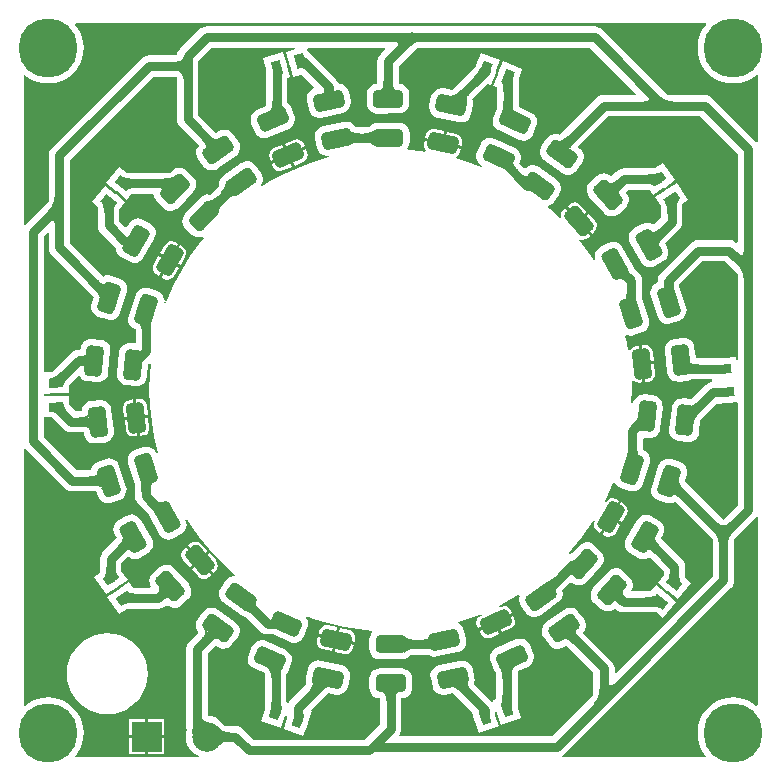
<source format=gtl>
G04*
G04 #@! TF.GenerationSoftware,Altium Limited,Altium Designer,18.1.6 (161)*
G04*
G04 Layer_Physical_Order=1*
G04 Layer_Color=255*
%FSTAX25Y25*%
%MOIN*%
G70*
G01*
G75*
G04:AMPARAMS|DCode=16|XSize=30mil|YSize=47.24mil|CornerRadius=0mil|HoleSize=0mil|Usage=FLASHONLY|Rotation=19.379|XOffset=0mil|YOffset=0mil|HoleType=Round|Shape=Rectangle|*
%AMROTATEDRECTD16*
4,1,4,-0.00631,-0.02726,-0.02199,0.01731,0.00631,0.02726,0.02199,-0.01731,-0.00631,-0.02726,0.0*
%
%ADD16ROTATEDRECTD16*%

G04:AMPARAMS|DCode=17|XSize=102.36mil|YSize=59.06mil|CornerRadius=14.76mil|HoleSize=0mil|Usage=FLASHONLY|Rotation=347.762|XOffset=0mil|YOffset=0mil|HoleType=Round|Shape=RoundedRectangle|*
%AMROUNDEDRECTD17*
21,1,0.10236,0.02953,0,0,347.8*
21,1,0.07284,0.05906,0,0,347.8*
1,1,0.02953,0.03246,-0.02215*
1,1,0.02953,-0.03872,-0.00671*
1,1,0.02953,-0.03246,0.02215*
1,1,0.02953,0.03872,0.00671*
%
%ADD17ROUNDEDRECTD17*%
G04:AMPARAMS|DCode=18|XSize=102.36mil|YSize=59.06mil|CornerRadius=14.76mil|HoleSize=0mil|Usage=FLASHONLY|Rotation=287.797|XOffset=0mil|YOffset=0mil|HoleType=Round|Shape=RoundedRectangle|*
%AMROUNDEDRECTD18*
21,1,0.10236,0.02953,0,0,287.8*
21,1,0.07284,0.05906,0,0,287.8*
1,1,0.02953,-0.00293,-0.03919*
1,1,0.02953,-0.02519,0.03016*
1,1,0.02953,0.00293,0.03919*
1,1,0.02953,0.02519,-0.03016*
%
%ADD18ROUNDEDRECTD18*%
G04:AMPARAMS|DCode=19|XSize=102.36mil|YSize=59.06mil|CornerRadius=14.76mil|HoleSize=0mil|Usage=FLASHONLY|Rotation=119.634|XOffset=0mil|YOffset=0mil|HoleType=Round|Shape=RoundedRectangle|*
%AMROUNDEDRECTD19*
21,1,0.10236,0.02953,0,0,119.6*
21,1,0.07284,0.05906,0,0,119.6*
1,1,0.02953,-0.00517,0.03895*
1,1,0.02953,0.03084,-0.02435*
1,1,0.02953,0.00517,-0.03895*
1,1,0.02953,-0.03084,0.02435*
%
%ADD19ROUNDEDRECTD19*%
G04:AMPARAMS|DCode=20|XSize=102.36mil|YSize=59.06mil|CornerRadius=14.76mil|HoleSize=0mil|Usage=FLASHONLY|Rotation=311.686|XOffset=0mil|YOffset=0mil|HoleType=Round|Shape=RoundedRectangle|*
%AMROUNDEDRECTD20*
21,1,0.10236,0.02953,0,0,311.7*
21,1,0.07284,0.05906,0,0,311.7*
1,1,0.02953,0.01319,-0.03702*
1,1,0.02953,-0.03525,0.01738*
1,1,0.02953,-0.01319,0.03702*
1,1,0.02953,0.03525,-0.01738*
%
%ADD20ROUNDEDRECTD20*%
G04:AMPARAMS|DCode=21|XSize=102.36mil|YSize=59.06mil|CornerRadius=14.76mil|HoleSize=0mil|Usage=FLASHONLY|Rotation=251.733|XOffset=0mil|YOffset=0mil|HoleType=Round|Shape=RoundedRectangle|*
%AMROUNDEDRECTD21*
21,1,0.10236,0.02953,0,0,251.7*
21,1,0.07284,0.05906,0,0,251.7*
1,1,0.02953,-0.02543,-0.02996*
1,1,0.02953,-0.00261,0.03921*
1,1,0.02953,0.02543,0.02996*
1,1,0.02953,0.00261,-0.03921*
%
%ADD21ROUNDEDRECTD21*%
G04:AMPARAMS|DCode=22|XSize=102.36mil|YSize=59.06mil|CornerRadius=14.76mil|HoleSize=0mil|Usage=FLASHONLY|Rotation=84.255|XOffset=0mil|YOffset=0mil|HoleType=Round|Shape=RoundedRectangle|*
%AMROUNDEDRECTD22*
21,1,0.10236,0.02953,0,0,84.3*
21,1,0.07284,0.05906,0,0,84.3*
1,1,0.02953,0.01834,0.03476*
1,1,0.02953,0.01104,-0.03771*
1,1,0.02953,-0.01834,-0.03476*
1,1,0.02953,-0.01104,0.03771*
%
%ADD22ROUNDEDRECTD22*%
G04:AMPARAMS|DCode=23|XSize=102.36mil|YSize=59.06mil|CornerRadius=14.76mil|HoleSize=0mil|Usage=FLASHONLY|Rotation=276.117|XOffset=0mil|YOffset=0mil|HoleType=Round|Shape=RoundedRectangle|*
%AMROUNDEDRECTD23*
21,1,0.10236,0.02953,0,0,276.1*
21,1,0.07284,0.05906,0,0,276.1*
1,1,0.02953,-0.01080,-0.03778*
1,1,0.02953,-0.01856,0.03464*
1,1,0.02953,0.01080,0.03778*
1,1,0.02953,0.01856,-0.03464*
%
%ADD23ROUNDEDRECTD23*%
G04:AMPARAMS|DCode=24|XSize=102.36mil|YSize=59.06mil|CornerRadius=14.76mil|HoleSize=0mil|Usage=FLASHONLY|Rotation=215.602|XOffset=0mil|YOffset=0mil|HoleType=Round|Shape=RoundedRectangle|*
%AMROUNDEDRECTD24*
21,1,0.10236,0.02953,0,0,215.6*
21,1,0.07284,0.05906,0,0,215.6*
1,1,0.02953,-0.03820,-0.00920*
1,1,0.02953,0.02101,0.03321*
1,1,0.02953,0.03820,0.00920*
1,1,0.02953,-0.02101,-0.03321*
%
%ADD24ROUNDEDRECTD24*%
G04:AMPARAMS|DCode=25|XSize=102.36mil|YSize=59.06mil|CornerRadius=14.76mil|HoleSize=0mil|Usage=FLASHONLY|Rotation=46.965|XOffset=0mil|YOffset=0mil|HoleType=Round|Shape=RoundedRectangle|*
%AMROUNDEDRECTD25*
21,1,0.10236,0.02953,0,0,47.0*
21,1,0.07284,0.05906,0,0,47.0*
1,1,0.02953,0.03564,0.01654*
1,1,0.02953,-0.01406,-0.03669*
1,1,0.02953,-0.03564,-0.01654*
1,1,0.02953,0.01406,0.03669*
%
%ADD25ROUNDEDRECTD25*%
G04:AMPARAMS|DCode=26|XSize=102.36mil|YSize=59.06mil|CornerRadius=14.76mil|HoleSize=0mil|Usage=FLASHONLY|Rotation=239.531|XOffset=0mil|YOffset=0mil|HoleType=Round|Shape=RoundedRectangle|*
%AMROUNDEDRECTD26*
21,1,0.10236,0.02953,0,0,239.5*
21,1,0.07284,0.05906,0,0,239.5*
1,1,0.02953,-0.03119,-0.02390*
1,1,0.02953,0.00574,0.03887*
1,1,0.02953,0.03119,0.02390*
1,1,0.02953,-0.00574,-0.03887*
%
%ADD26ROUNDEDRECTD26*%
G04:AMPARAMS|DCode=27|XSize=102.36mil|YSize=59.06mil|CornerRadius=14.76mil|HoleSize=0mil|Usage=FLASHONLY|Rotation=180.472|XOffset=0mil|YOffset=0mil|HoleType=Round|Shape=RoundedRectangle|*
%AMROUNDEDRECTD27*
21,1,0.10236,0.02953,0,0,180.5*
21,1,0.07284,0.05906,0,0,180.5*
1,1,0.02953,-0.03654,0.01446*
1,1,0.02953,0.03630,0.01506*
1,1,0.02953,0.03654,-0.01446*
1,1,0.02953,-0.03630,-0.01506*
%
%ADD27ROUNDEDRECTD27*%
G04:AMPARAMS|DCode=28|XSize=102.36mil|YSize=59.06mil|CornerRadius=14.76mil|HoleSize=0mil|Usage=FLASHONLY|Rotation=12.011|XOffset=0mil|YOffset=0mil|HoleType=Round|Shape=RoundedRectangle|*
%AMROUNDEDRECTD28*
21,1,0.10236,0.02953,0,0,12.0*
21,1,0.07284,0.05906,0,0,12.0*
1,1,0.02953,0.03869,-0.00686*
1,1,0.02953,-0.03255,-0.02202*
1,1,0.02953,-0.03869,0.00686*
1,1,0.02953,0.03255,0.02202*
%
%ADD28ROUNDEDRECTD28*%
G04:AMPARAMS|DCode=29|XSize=102.36mil|YSize=59.06mil|CornerRadius=14.76mil|HoleSize=0mil|Usage=FLASHONLY|Rotation=203.438|XOffset=0mil|YOffset=0mil|HoleType=Round|Shape=RoundedRectangle|*
%AMROUNDEDRECTD29*
21,1,0.10236,0.02953,0,0,203.4*
21,1,0.07284,0.05906,0,0,203.4*
1,1,0.02953,-0.03928,-0.00094*
1,1,0.02953,0.02754,0.02803*
1,1,0.02953,0.03928,0.00094*
1,1,0.02953,-0.02754,-0.02803*
%
%ADD29ROUNDEDRECTD29*%
G04:AMPARAMS|DCode=30|XSize=102.36mil|YSize=59.06mil|CornerRadius=14.76mil|HoleSize=0mil|Usage=FLASHONLY|Rotation=144.007|XOffset=0mil|YOffset=0mil|HoleType=Round|Shape=RoundedRectangle|*
%AMROUNDEDRECTD30*
21,1,0.10236,0.02953,0,0,144.0*
21,1,0.07284,0.05906,0,0,144.0*
1,1,0.02953,-0.02079,0.03335*
1,1,0.02953,0.03814,-0.00946*
1,1,0.02953,0.02079,-0.03335*
1,1,0.02953,-0.03814,0.00946*
%
%ADD30ROUNDEDRECTD30*%
G04:AMPARAMS|DCode=31|XSize=102.36mil|YSize=59.06mil|CornerRadius=14.76mil|HoleSize=0mil|Usage=FLASHONLY|Rotation=335.136|XOffset=0mil|YOffset=0mil|HoleType=Round|Shape=RoundedRectangle|*
%AMROUNDEDRECTD31*
21,1,0.10236,0.02953,0,0,335.1*
21,1,0.07284,0.05906,0,0,335.1*
1,1,0.02953,0.02683,-0.02871*
1,1,0.02953,-0.03925,0.00192*
1,1,0.02953,-0.02683,0.02871*
1,1,0.02953,0.03925,-0.00192*
%
%ADD31ROUNDEDRECTD31*%
G04:AMPARAMS|DCode=32|XSize=102.36mil|YSize=59.06mil|CornerRadius=14.76mil|HoleSize=0mil|Usage=FLASHONLY|Rotation=299.392|XOffset=0mil|YOffset=0mil|HoleType=Round|Shape=RoundedRectangle|*
%AMROUNDEDRECTD32*
21,1,0.10236,0.02953,0,0,299.4*
21,1,0.07284,0.05906,0,0,299.4*
1,1,0.02953,0.00501,-0.03898*
1,1,0.02953,-0.03074,0.02448*
1,1,0.02953,-0.00501,0.03898*
1,1,0.02953,0.03074,-0.02448*
%
%ADD32ROUNDEDRECTD32*%
G04:AMPARAMS|DCode=33|XSize=30mil|YSize=47.24mil|CornerRadius=0mil|HoleSize=0mil|Usage=FLASHONLY|Rotation=97.420|XOffset=0mil|YOffset=0mil|HoleType=Round|Shape=Rectangle|*
%AMROTATEDRECTD33*
4,1,4,0.02536,-0.01182,-0.02149,-0.01793,-0.02536,0.01182,0.02149,0.01793,0.02536,-0.01182,0.0*
%
%ADD33ROTATEDRECTD33*%

G04:AMPARAMS|DCode=34|XSize=30mil|YSize=47.24mil|CornerRadius=0mil|HoleSize=0mil|Usage=FLASHONLY|Rotation=123.970|XOffset=0mil|YOffset=0mil|HoleType=Round|Shape=Rectangle|*
%AMROTATEDRECTD34*
4,1,4,0.02797,0.00076,-0.01121,-0.02564,-0.02797,-0.00076,0.01121,0.02564,0.02797,0.00076,0.0*
%
%ADD34ROTATEDRECTD34*%

G04:AMPARAMS|DCode=35|XSize=30mil|YSize=47.24mil|CornerRadius=0mil|HoleSize=0mil|Usage=FLASHONLY|Rotation=270.559|XOffset=0mil|YOffset=0mil|HoleType=Round|Shape=Rectangle|*
%AMROTATEDRECTD35*
4,1,4,-0.02377,0.01477,0.02348,0.01523,0.02377,-0.01477,-0.02348,-0.01523,-0.02377,0.01477,0.0*
%
%ADD35ROTATEDRECTD35*%

G04:AMPARAMS|DCode=36|XSize=30mil|YSize=47.24mil|CornerRadius=0mil|HoleSize=0mil|Usage=FLASHONLY|Rotation=195.119|XOffset=0mil|YOffset=0mil|HoleType=Round|Shape=Rectangle|*
%AMROTATEDRECTD36*
4,1,4,0.00832,0.02672,0.02064,-0.01889,-0.00832,-0.02672,-0.02064,0.01889,0.00832,0.02672,0.0*
%
%ADD36ROTATEDRECTD36*%

G04:AMPARAMS|DCode=37|XSize=30mil|YSize=47.24mil|CornerRadius=0mil|HoleSize=0mil|Usage=FLASHONLY|Rotation=340.051|XOffset=0mil|YOffset=0mil|HoleType=Round|Shape=Rectangle|*
%AMROTATEDRECTD37*
4,1,4,-0.02216,-0.01709,-0.00604,0.02732,0.02216,0.01709,0.00604,-0.02732,-0.02216,-0.01709,0.0*
%
%ADD37ROTATEDRECTD37*%

G04:AMPARAMS|DCode=38|XSize=102.36mil|YSize=59.06mil|CornerRadius=14.76mil|HoleSize=0mil|Usage=FLASHONLY|Rotation=155.890|XOffset=0mil|YOffset=0mil|HoleType=Round|Shape=RoundedRectangle|*
%AMROUNDEDRECTD38*
21,1,0.10236,0.02953,0,0,155.9*
21,1,0.07284,0.05906,0,0,155.9*
1,1,0.02953,-0.02721,0.02835*
1,1,0.02953,0.03927,-0.00140*
1,1,0.02953,0.02721,-0.02835*
1,1,0.02953,-0.03927,0.00140*
%
%ADD38ROUNDEDRECTD38*%
G04:AMPARAMS|DCode=39|XSize=30mil|YSize=47.24mil|CornerRadius=0mil|HoleSize=0mil|Usage=FLASHONLY|Rotation=159.109|XOffset=0mil|YOffset=0mil|HoleType=Round|Shape=Rectangle|*
%AMROTATEDRECTD39*
4,1,4,0.02244,0.01672,0.00559,-0.02742,-0.02244,-0.01672,-0.00559,0.02742,0.02244,0.01672,0.0*
%
%ADD39ROTATEDRECTD39*%

G04:AMPARAMS|DCode=40|XSize=102.36mil|YSize=59.06mil|CornerRadius=14.76mil|HoleSize=0mil|Usage=FLASHONLY|Rotation=227.973|XOffset=0mil|YOffset=0mil|HoleType=Round|Shape=RoundedRectangle|*
%AMROUNDEDRECTD40*
21,1,0.10236,0.02953,0,0,228.0*
21,1,0.07284,0.05906,0,0,228.0*
1,1,0.02953,-0.03535,-0.01717*
1,1,0.02953,0.01341,0.03694*
1,1,0.02953,0.03535,0.01717*
1,1,0.02953,-0.01341,-0.03694*
%
%ADD40ROUNDEDRECTD40*%
G04:AMPARAMS|DCode=41|XSize=102.36mil|YSize=59.06mil|CornerRadius=14.76mil|HoleSize=0mil|Usage=FLASHONLY|Rotation=24.460|XOffset=0mil|YOffset=0mil|HoleType=Round|Shape=RoundedRectangle|*
%AMROUNDEDRECTD41*
21,1,0.10236,0.02953,0,0,24.5*
21,1,0.07284,0.05906,0,0,24.5*
1,1,0.02953,0.03926,0.00164*
1,1,0.02953,-0.02704,-0.02852*
1,1,0.02953,-0.03926,-0.00164*
1,1,0.02953,0.02704,0.02852*
%
%ADD41ROUNDEDRECTD41*%
G04:AMPARAMS|DCode=42|XSize=30mil|YSize=47.24mil|CornerRadius=0mil|HoleSize=0mil|Usage=FLASHONLY|Rotation=51.575|XOffset=0mil|YOffset=0mil|HoleType=Round|Shape=Rectangle|*
%AMROTATEDRECTD42*
4,1,4,0.00918,-0.02643,-0.02783,0.00293,-0.00918,0.02643,0.02783,-0.00293,0.00918,-0.02643,0.0*
%
%ADD42ROTATEDRECTD42*%

%ADD74C,0.03000*%
%ADD75C,0.19685*%
%ADD76C,0.09843*%
%ADD77R,0.09843X0.09843*%
G36*
X0136878Y02423D02*
X0136287Y0242279D01*
X0135713Y0242215D01*
X0135157Y0242109D01*
X0134619Y0241961D01*
X0134098Y024177D01*
X0133594Y0241536D01*
X0133109Y0241261D01*
X013264Y0240942D01*
X013219Y0240582D01*
X0131757Y0240179D01*
X0127514D01*
X0127887Y0240582D01*
X0128158Y0240942D01*
X0128326Y0241261D01*
X0128392Y0241536D01*
X0128355Y024177D01*
X0128216Y0241961D01*
X0127974Y0242109D01*
X012763Y0242215D01*
X0127184Y0242279D01*
X0126635Y02423D01*
X0133257Y02453D01*
X0136878Y02423D01*
D02*
G37*
G36*
X0096539Y0238227D02*
X0096669Y0238067D01*
X0097164Y0237523D01*
X010052Y0234104D01*
X0098963Y0231418D01*
X0098318Y0232041D01*
X0097207Y0232984D01*
X0096739Y0233304D01*
X009633Y0233523D01*
X009598Y023364D01*
X0095689Y0233657D01*
X0095456Y0233572D01*
X0095283Y0233387D01*
X0095168Y02331D01*
X0096487Y0238313D01*
X0096539Y0238227D01*
D02*
G37*
G36*
X00598Y02341D02*
X00568Y02296D01*
X005677Y023017D01*
X005668Y023068D01*
X005653Y023113D01*
X005632Y023152D01*
X005605Y023185D01*
X005572Y023212D01*
X005533Y023233D01*
X005488Y023248D01*
X005437Y023257D01*
X00538Y02326D01*
Y02356D01*
X005437Y0235618D01*
X005488Y0235672D01*
X005533Y0235762D01*
X005572Y0235888D01*
X005605Y023605D01*
X005632Y0236248D01*
X005653Y0236482D01*
X005668Y0236752D01*
X005677Y0237058D01*
X00568Y02374D01*
X00598Y02341D01*
D02*
G37*
G36*
X0126637Y0228669D02*
X0126682Y0228157D01*
X0126757Y0227706D01*
X0126862Y0227315D01*
X0126997Y0226985D01*
X0127162Y0226716D01*
X0127357Y0226506D01*
X0127582Y0226358D01*
X0127837Y022627D01*
X0128122Y0226242D01*
X0122122Y0226192D01*
X0122407Y0226225D01*
X0122662Y0226317D01*
X0122887Y022647D01*
X0123082Y0226682D01*
X0123247Y0226955D01*
X0123382Y0227287D01*
X0123487Y0227679D01*
X0123562Y0228132D01*
X0123607Y0228644D01*
X0123622Y0229217D01*
X0126622Y0229241D01*
X0126637Y0228669D01*
D02*
G37*
G36*
X0106914Y0225905D02*
X0103852Y0225253D01*
X0103858Y0225273D01*
X0103863Y022533D01*
X0103874Y0225723D01*
X0103881Y0227121D01*
X0106881D01*
X0106914Y0225905D01*
D02*
G37*
G36*
X0215831Y0224118D02*
X0216282Y0223758D01*
X021675Y0223439D01*
X0217235Y0223164D01*
X0217739Y022293D01*
X021826Y0222739D01*
X0218798Y0222591D01*
X0219354Y0222485D01*
X0219928Y0222421D01*
X0220519Y02224D01*
X0216898Y02194D01*
X0210277Y02224D01*
X0210825Y0222421D01*
X0211272Y0222485D01*
X0211616Y0222591D01*
X0211857Y0222739D01*
X0211996Y022293D01*
X0212033Y0223164D01*
X0211967Y0223439D01*
X0211799Y0223758D01*
X0211528Y0224118D01*
X0211155Y0224521D01*
X0215398D01*
X0215831Y0224118D01*
D02*
G37*
G36*
X0207913Y0224892D02*
X0207722Y022443D01*
X01971D01*
X0196186Y022431D01*
X0195335Y0223957D01*
X0194604Y0223396D01*
X0182448Y0211241D01*
X0182279Y0211332D01*
X0181389Y0211546D01*
X0180474Y0211522D01*
X0179596Y0211262D01*
X0178816Y0210783D01*
X0178186Y0210119D01*
X0176451Y020773D01*
X0176014Y0206926D01*
X0175801Y0206036D01*
X0175825Y0205121D01*
X0176085Y0204243D01*
X0176563Y0203463D01*
X0177227Y0202833D01*
X018312Y0198552D01*
X0183925Y0198116D01*
X0184815Y0197902D01*
X018573Y0197926D01*
X0186607Y0198186D01*
X0187388Y0198665D01*
X0188018Y0199329D01*
X0189753Y0201718D01*
X019019Y0202522D01*
X0190403Y0203412D01*
X0190379Y0204327D01*
X0190119Y0205205D01*
X0189641Y0205985D01*
X0188977Y0206615D01*
X0188611Y0206881D01*
X0188572Y0207379D01*
X0198562Y021737D01*
X0229238D01*
X024167Y0204938D01*
Y0175508D01*
X024117Y0175261D01*
X0240702Y017562D01*
X0239851Y0175973D01*
X0238937Y0176093D01*
X0228483D01*
X0227569Y0175973D01*
X0226717Y017562D01*
X0225986Y0175059D01*
X021614Y0165212D01*
X0215579Y0164481D01*
X0215226Y016363D01*
X0215106Y0162716D01*
Y0161979D01*
X0215055Y0161963D01*
X0214227Y0161573D01*
X0213528Y0160983D01*
X0213005Y0160231D01*
X0212696Y015937D01*
X0212619Y0158457D01*
X0212781Y0157556D01*
X0214997Y0150618D01*
X0215387Y014979D01*
X0215978Y0149091D01*
X021673Y0148569D01*
X0217591Y0148259D01*
X0218503Y0148182D01*
X0219404Y0148345D01*
X0222217Y0149243D01*
X0223045Y0149633D01*
X0223744Y0150224D01*
X0224266Y0150975D01*
X0224576Y0151837D01*
X0224653Y0152749D01*
X022449Y015365D01*
X0222275Y0160588D01*
X0222166Y0160819D01*
Y0161254D01*
X0229945Y0169033D01*
X0237475D01*
X024167Y0164838D01*
Y0136077D01*
X0241171Y0136045D01*
X0241018Y0137215D01*
X0237147Y0136711D01*
X0237145Y0136712D01*
X022767D01*
X0227287Y014035D01*
X0227073Y014124D01*
X0226636Y0142045D01*
X0226005Y0142708D01*
X0225224Y0143186D01*
X0224347Y0143446D01*
X0223432Y014347D01*
X0220495Y014316D01*
X0219605Y0142946D01*
X0218801Y0142509D01*
X0218137Y0141878D01*
X0217659Y0141098D01*
X02174Y014022D01*
X0217376Y0139305D01*
X021814Y0132062D01*
X0218354Y0131172D01*
X0218791Y0130368D01*
X0219421Y0129704D01*
X0220202Y0129226D01*
X022108Y0128966D01*
X0221995Y0128943D01*
X0224931Y0129252D01*
X0225821Y0129466D01*
X0226162Y0129651D01*
X0233205D01*
X0233271Y0129147D01*
X023294Y0128797D01*
X0232636Y0128757D01*
X0231784Y0128405D01*
X0231053Y0127844D01*
X0226236Y0123026D01*
X0223497Y0123304D01*
X0222582Y0123276D01*
X0221706Y0123013D01*
X0220927Y0122532D01*
X0220299Y0121866D01*
X0219865Y012106D01*
X0219655Y0120169D01*
X021892Y0112923D01*
X0218948Y0112007D01*
X0219211Y0111131D01*
X0219692Y0110352D01*
X0220358Y0109724D01*
X0221164Y0109291D01*
X0222055Y010908D01*
X0224993Y0108782D01*
X0225908Y010881D01*
X0226785Y0109073D01*
X0227563Y0109554D01*
X0228191Y0110221D01*
X0228625Y0111027D01*
X0228835Y0111917D01*
X0229255Y0116061D01*
X023454Y0121346D01*
X023816Y0121817D01*
X0238165D01*
X0238621Y0121877D01*
X0241294Y0122225D01*
X024167Y0121896D01*
Y0087565D01*
X02369Y0082796D01*
X0224031Y0095664D01*
X0224717Y0097777D01*
X0224883Y0098677D01*
X0224811Y0099589D01*
X0224505Y0100452D01*
X0223986Y0101206D01*
X022329Y01018D01*
X0222463Y0102194D01*
X0219655Y0103105D01*
X0218755Y0103271D01*
X0217842Y0103199D01*
X0216979Y0102893D01*
X0216225Y0102374D01*
X0215631Y0101678D01*
X0215237Y0100851D01*
X021299Y0093923D01*
X0212824Y0093023D01*
X0212896Y0092111D01*
X0213202Y0091248D01*
X0213721Y0090494D01*
X0214417Y00899D01*
X0215244Y0089506D01*
X0218052Y0088595D01*
X0218952Y0088429D01*
X0219865Y0088501D01*
X0220728Y0088807D01*
X0220832Y0088879D01*
X023337Y0076341D01*
Y006418D01*
X0201092Y0031903D01*
X020063Y0032094D01*
Y0033345D01*
X020063Y0033345D01*
X020051Y0034259D01*
X0200157Y003511D01*
X0199596Y0035842D01*
X0190233Y0045205D01*
X0190236Y0045501D01*
X0190713Y0046283D01*
X0190972Y0047161D01*
X0190994Y0048076D01*
X0190779Y0048965D01*
X0190341Y0049769D01*
X0188601Y0052155D01*
X018797Y0052818D01*
X0187188Y0053294D01*
X018631Y0053553D01*
X0185395Y0053575D01*
X0184505Y005336D01*
X0183702Y0052922D01*
X0177817Y004863D01*
X0177154Y0047999D01*
X0176677Y0047218D01*
X0176419Y0046339D01*
X0176396Y0045424D01*
X0176612Y0044535D01*
X017705Y0043731D01*
X017879Y0041345D01*
X0179421Y0040683D01*
X0180202Y0040206D01*
X018108Y0039947D01*
X0181995Y0039925D01*
X0182885Y004014D01*
X0183689Y0040578D01*
X0184374Y0041078D01*
X019357Y0031883D01*
Y0024381D01*
X018Y0010811D01*
X0129099D01*
X0128878Y0011259D01*
X0129068Y0011508D01*
X0129421Y0012359D01*
X0129541Y0013273D01*
Y0023391D01*
X0129659Y0023391D01*
X0130566Y0023511D01*
X0131411Y0023863D01*
X0132137Y0024421D01*
X0132693Y0025148D01*
X0133043Y0025994D01*
X0133161Y0026901D01*
X0133158Y0029854D01*
X0133037Y0030762D01*
X0132686Y0031607D01*
X0132128Y0032332D01*
X0131401Y0032889D01*
X0130555Y0033238D01*
X0129647Y0033356D01*
X0122364Y0033348D01*
X0121456Y0033227D01*
X0120611Y0032876D01*
X0119885Y0032318D01*
X0119329Y0031591D01*
X011898Y0030745D01*
X0118861Y0029837D01*
X0118865Y0026885D01*
X0118985Y0025977D01*
X0119337Y0025132D01*
X0119895Y0024407D01*
X0120622Y002385D01*
X0121468Y0023501D01*
X0122375Y0023382D01*
X0122481Y0023277D01*
Y0014735D01*
X0117276Y000953D01*
X0080362D01*
X0076784Y0013109D01*
X0076053Y001367D01*
X0075201Y0014022D01*
X0074288Y0014143D01*
X0070638D01*
X007046Y0014476D01*
X0069595Y001553D01*
X0068541Y0016395D01*
X0067339Y0017038D01*
X0066034Y0017434D01*
X0065017Y0017534D01*
Y0038408D01*
X0067698Y0041089D01*
X0068393Y0040584D01*
X0069197Y0040148D01*
X0070087Y0039934D01*
X0071002Y0039959D01*
X007188Y0040219D01*
X007266Y0040698D01*
X007329Y0041362D01*
X0075024Y0043752D01*
X0075461Y0044556D01*
X0075674Y0045446D01*
X007565Y0046362D01*
X0075389Y0047239D01*
X0074911Y0048019D01*
X0074246Y0048649D01*
X0068352Y0052927D01*
X0067547Y0053364D01*
X0066657Y0053577D01*
X0065742Y0053553D01*
X0064864Y0053292D01*
X0064084Y0052814D01*
X0063455Y0052149D01*
X006172Y004976D01*
X0061284Y0048955D01*
X006107Y0048065D01*
X0061095Y004715D01*
X0061355Y0046272D01*
X0061834Y0045492D01*
X0061838Y0045213D01*
X005899Y0042366D01*
X0058429Y0041635D01*
X0058077Y0040784D01*
X0057956Y003987D01*
Y0013803D01*
X0058077Y0012889D01*
X005811Y0012808D01*
X0057856Y0011969D01*
X0057722Y0010612D01*
X0057856Y0009256D01*
X0058252Y0007951D01*
X0058894Y0006748D01*
X0059759Y0005695D01*
X0060813Y000483D01*
X0062015Y0004187D01*
X0062201Y0004131D01*
X0062127Y0003631D01*
X0020999D01*
X002079Y0004085D01*
X0021446Y0004854D01*
X002242Y0006443D01*
X0023134Y0008165D01*
X0023569Y0009978D01*
X0023715Y0011836D01*
X0023569Y0013694D01*
X0023134Y0015507D01*
X002242Y0017229D01*
X0021446Y0018818D01*
X0020236Y0020236D01*
X0018818Y0021446D01*
X0017229Y002242D01*
X0015507Y0023134D01*
X0013694Y0023569D01*
X0011836Y0023715D01*
X0009978Y0023569D01*
X0008165Y0023134D01*
X0006443Y002242D01*
X0004854Y0021446D01*
X0004085Y002079D01*
X0003631Y0020999D01*
Y010656D01*
X0004131Y0106729D01*
X0004304Y0106504D01*
X0017433Y0093375D01*
X0018164Y0092813D01*
X0019016Y0092461D01*
X0019929Y0092341D01*
X0027881D01*
X002835Y009088D01*
X0028741Y0090053D01*
X0029333Y0089355D01*
X0030086Y0088833D01*
X0030947Y0088525D01*
X003186Y008845D01*
X003276Y0088613D01*
X0035572Y0089516D01*
X0036399Y0089907D01*
X0037097Y0090499D01*
X0037619Y0091252D01*
X0037927Y0092113D01*
X0038002Y0093026D01*
X0037839Y0093926D01*
X0035612Y0100861D01*
X0035221Y0101689D01*
X0034629Y0102387D01*
X0033877Y0102908D01*
X0033015Y0103217D01*
X0032103Y0103292D01*
X0031202Y0103128D01*
X0028391Y0102226D01*
X0027563Y0101834D01*
X0026865Y0101242D01*
X0026344Y010049D01*
X0026035Y0099628D01*
X0026017Y0099401D01*
X0021392D01*
X001033Y0110462D01*
Y0117054D01*
X0013082Y0117081D01*
X0017096Y0113067D01*
X0017827Y0112506D01*
X0018678Y0112153D01*
X0019592Y0112033D01*
X0023695D01*
X0023761Y0111411D01*
X0023977Y0110522D01*
X0024415Y0109718D01*
X0025047Y0109055D01*
X0025828Y0108579D01*
X0026706Y010832D01*
X0027621Y0108298D01*
X0030557Y0108613D01*
X0031447Y0108828D01*
X003225Y0109267D01*
X0032913Y0109898D01*
X003339Y011068D01*
X0033648Y0111558D01*
X003367Y0112473D01*
X0032894Y0119715D01*
X0032678Y0120605D01*
X003224Y0121408D01*
X0031608Y0122071D01*
X0030827Y0122548D01*
X0029949Y0122806D01*
X0029034Y0122828D01*
X0026098Y0122513D01*
X0025208Y0122298D01*
X0024405Y0121859D01*
X0023742Y0121228D01*
X0023265Y0120446D01*
X0023007Y0119568D01*
X0022996Y0119093D01*
X0021054D01*
X0018916Y0121231D01*
X0018888Y0124138D01*
X0014772Y0124098D01*
X001456Y0124126D01*
X0014313Y0124093D01*
X0010685Y0124058D01*
X001033Y0124409D01*
Y0124954D01*
X001427Y0124993D01*
X0014483Y0124965D01*
X0014729Y0124997D01*
X0018879Y0125038D01*
X0018851Y0127871D01*
X00218Y0130819D01*
X0022414Y0130727D01*
X0022718Y0130237D01*
X0023384Y012961D01*
X0024191Y0129177D01*
X0025082Y0128967D01*
X002802Y0128671D01*
X0028935Y0128699D01*
X0029811Y0128963D01*
X0030589Y0129445D01*
X0031216Y0130112D01*
X003165Y0130918D01*
X0031859Y0131809D01*
X0032588Y0139056D01*
X003256Y0139971D01*
X0032296Y0140847D01*
X0031815Y0141626D01*
X0031148Y0142253D01*
X0030342Y0142686D01*
X0029451Y0142896D01*
X0026513Y0143191D01*
X0025598Y0143163D01*
X0024721Y0142899D01*
X0023943Y0142418D01*
X0023316Y0141751D01*
X0022883Y0140945D01*
X0022673Y0140053D01*
X0022613Y0139462D01*
X0021919D01*
X0021005Y0139341D01*
X0020154Y0138988D01*
X0019423Y0138427D01*
X0012976Y0131981D01*
X0010685Y0131958D01*
X001033Y013231D01*
Y0177438D01*
X0011508Y0178615D01*
X001197Y0178424D01*
Y0173675D01*
X001209Y0172762D01*
X0012443Y017191D01*
X0013004Y0171179D01*
X0027055Y0157128D01*
X0026365Y015504D01*
X0026194Y0154141D01*
X0026262Y0153228D01*
X0026564Y0152364D01*
X0027078Y0151607D01*
X0027772Y015101D01*
X0028596Y0150612D01*
X00314Y0149686D01*
X0032299Y0149515D01*
X0033212Y0149583D01*
X0034076Y0149884D01*
X0034833Y0150399D01*
X0035431Y0151092D01*
X0035829Y0151917D01*
X0038112Y0158833D01*
X0038283Y0159732D01*
X0038215Y0160645D01*
X0037914Y016151D01*
X0037398Y0162266D01*
X0036705Y0162864D01*
X0035881Y0163262D01*
X0033077Y0164187D01*
X0032178Y0164358D01*
X0031265Y0164291D01*
X0030401Y0163989D01*
X0030268Y0163899D01*
X001903Y0175137D01*
Y01876D01*
Y0202838D01*
X0046762Y023057D01*
X005477D01*
Y0216389D01*
X005489Y0215475D01*
X0055243Y0214624D01*
X0055804Y0213893D01*
X0062029Y0207667D01*
X0062025Y0207439D01*
X0061541Y0206662D01*
X0061275Y0205787D01*
X0061245Y0204872D01*
X0061452Y020398D01*
X0061884Y0203173D01*
X0063603Y0200772D01*
X0064228Y0200104D01*
X0065005Y019962D01*
X0065881Y0199354D01*
X0066796Y0199324D01*
X0067687Y0199531D01*
X0068495Y0199962D01*
X0074417Y0204202D01*
X0075085Y0204828D01*
X0075569Y0205605D01*
X0075835Y0206481D01*
X0075865Y0207396D01*
X0075658Y0208287D01*
X0075226Y0209095D01*
X0073507Y0211495D01*
X0072882Y0212164D01*
X0072105Y0212647D01*
X0071229Y0212913D01*
X0070314Y0212944D01*
X0069423Y0212736D01*
X0068615Y0212305D01*
X0067893Y0211788D01*
X006183Y0217851D01*
Y02341D01*
Y0235938D01*
X0066162Y024027D01*
X0094116D01*
X0094182Y0239774D01*
X0091147Y0238954D01*
X0092224Y0234968D01*
X0092254Y0234742D01*
X0092344Y0234525D01*
X0093423Y0230532D01*
X0096222Y0231288D01*
X010042Y0227089D01*
X010029Y0226513D01*
X0099919Y0226381D01*
X0099165Y0225863D01*
X0098571Y0225167D01*
X0098177Y022434D01*
X009801Y022344D01*
X0098082Y0222528D01*
X0098696Y021964D01*
X0099002Y0218777D01*
X0099521Y0218022D01*
X0100217Y0217428D01*
X0101043Y0217034D01*
X0101943Y0216868D01*
X0102856Y021694D01*
X010998Y0218455D01*
X0110843Y0218761D01*
X0111597Y021928D01*
X0112191Y0219976D01*
X0112585Y0220802D01*
X0112752Y0221702D01*
X011268Y0222615D01*
X0112065Y0225503D01*
X0111759Y0226365D01*
X0111241Y022712D01*
X0110545Y0227714D01*
X0109718Y0228108D01*
X0108818Y0228275D01*
X0108695Y0228265D01*
X0108438Y0228887D01*
X0107877Y0229618D01*
X0099343Y0238152D01*
X0098611Y0238713D01*
X0098444Y0238782D01*
X009815Y0239873D01*
X0098454Y024027D01*
X0124081D01*
X0124272Y0239808D01*
X0122626Y0238161D01*
X0122065Y023743D01*
X0121712Y0236579D01*
X0121592Y0235665D01*
Y0228229D01*
X0121439Y0228228D01*
X0120533Y0228101D01*
X011969Y0227744D01*
X0118968Y0227181D01*
X0118417Y022645D01*
X0118074Y0225602D01*
X0117962Y0224693D01*
X0117986Y022174D01*
X0118113Y0220834D01*
X0118471Y0219991D01*
X0119034Y021927D01*
X0119764Y0218718D01*
X0120613Y0218375D01*
X0121521Y0218263D01*
X0128805Y0218323D01*
X0129711Y021845D01*
X0130554Y0218807D01*
X0131275Y021937D01*
X0131827Y0220101D01*
X013217Y022095D01*
X0132282Y0221858D01*
X0132258Y0224811D01*
X0132131Y0225717D01*
X0131773Y022656D01*
X013121Y0227282D01*
X013048Y0227833D01*
X0129631Y0228176D01*
X0128723Y0228288D01*
X0128652Y0228358D01*
Y0234203D01*
X0134719Y024027D01*
X0192535D01*
X0207913Y0224892D01*
D02*
G37*
G36*
X0187305Y0208984D02*
X0186909Y0208567D01*
X0186582Y0208175D01*
X0186322Y0207809D01*
X018613Y0207469D01*
X0186006Y0207154D01*
X018595Y0206864D01*
X0185962Y02066D01*
X0186042Y0206361D01*
X018619Y0206148D01*
X0186405Y020596D01*
X0181423Y0209456D01*
X018168Y0209313D01*
X0181957Y020923D01*
X0182252Y0209209D01*
X0182566Y0209248D01*
X0182899Y0209349D01*
X0183251Y0209511D01*
X0183622Y0209734D01*
X0184012Y0210017D01*
X018442Y0210363D01*
X0184847Y0210769D01*
X0187305Y0208984D01*
D02*
G37*
G36*
X0231229Y0247934D02*
X0230572Y0247165D01*
X0229598Y0245575D01*
X0228885Y0243853D01*
X022845Y0242041D01*
X0228303Y0240182D01*
X022845Y0238324D01*
X0228885Y0236512D01*
X0229598Y0234789D01*
X0230572Y02332D01*
X0231783Y0231783D01*
X02332Y0230572D01*
X0234789Y0229598D01*
X0236512Y0228885D01*
X0238324Y022845D01*
X0240182Y0228303D01*
X0242041Y022845D01*
X0243853Y0228885D01*
X0245575Y0229598D01*
X0247165Y0230572D01*
X0247934Y0231229D01*
X0248388Y0231019D01*
Y0208816D01*
X0247888Y0208646D01*
X0247696Y0208896D01*
X0233196Y0223396D01*
X0232465Y0223957D01*
X0231614Y022431D01*
X02307Y022443D01*
X021836D01*
X0196494Y0246296D01*
X0195763Y0246857D01*
X0194912Y024721D01*
X0193998Y024733D01*
X0133257D01*
X0133257Y024733D01*
X0133257Y024733D01*
X00647D01*
X0063786Y024721D01*
X0062935Y0246857D01*
X0062204Y0246296D01*
X0055804Y0239896D01*
X0055243Y0239165D01*
X005489Y0238314D01*
X00548Y023763D01*
X00453D01*
X0044386Y023751D01*
X0043535Y0237157D01*
X0042804Y0236596D01*
X0013004Y0206796D01*
X0012443Y0206065D01*
X001209Y0205214D01*
X001197Y02043D01*
Y0189062D01*
X0004304Y0181396D01*
X0004131Y0181171D01*
X0003631Y018134D01*
Y0231019D01*
X0004085Y0231229D01*
X0004854Y0230572D01*
X0006443Y0229598D01*
X0008165Y0228885D01*
X0009978Y022845D01*
X0011836Y0228303D01*
X0013694Y022845D01*
X0015507Y0228885D01*
X0017229Y0229598D01*
X0018818Y0230572D01*
X0020236Y0231783D01*
X0021446Y02332D01*
X002242Y0234789D01*
X0023134Y0236512D01*
X0023569Y0238324D01*
X0023715Y0240182D01*
X0023569Y0242041D01*
X0023134Y0243853D01*
X002242Y0245575D01*
X0021446Y0247165D01*
X002079Y0247934D01*
X0020999Y0248388D01*
X0231019D01*
X0231229Y0247934D01*
D02*
G37*
G36*
X006597Y0210861D02*
X0066369Y0210525D01*
X0066751Y021025D01*
X0067114Y0210035D01*
X0067459Y020988D01*
X0067787Y0209786D01*
X0068096Y0209752D01*
X0068388Y0209778D01*
X0068662Y0209864D01*
X0068918Y0210011D01*
X0063973Y020647D01*
X0064187Y020666D01*
X0064333Y0206875D01*
X0064412Y0207114D01*
X0064424Y0207379D01*
X0064369Y0207668D01*
X0064246Y0207982D01*
X0064056Y0208321D01*
X0063798Y0208684D01*
X0063473Y0209073D01*
X0063081Y0209487D01*
X0065553Y0211257D01*
X006597Y0210861D01*
D02*
G37*
G36*
X0017Y01876D02*
X0014Y0180979D01*
X0013979Y0181527D01*
X0013915Y0181974D01*
X0013809Y0182318D01*
X0013661Y0182559D01*
X001347Y0182698D01*
X0013236Y0182735D01*
X0012961Y0182669D01*
X0012642Y0182501D01*
X0012282Y018223D01*
X0011879Y0181857D01*
Y01861D01*
X0012282Y0186533D01*
X0012642Y0186984D01*
X0012961Y0187452D01*
X0013236Y0187938D01*
X001347Y0188441D01*
X0013661Y0188962D01*
X0013809Y01895D01*
X0013915Y0190057D01*
X0013979Y019063D01*
X0014Y0191221D01*
X0017Y01876D01*
D02*
G37*
G36*
X02467Y01663D02*
X02437Y0162679D01*
X0243679Y016327D01*
X0243615Y0163844D01*
X0243509Y01644D01*
X0243361Y0164938D01*
X024317Y0165459D01*
X0242936Y0165962D01*
X0242661Y0166448D01*
X0242342Y0166916D01*
X0241982Y0167367D01*
X0241579Y01678D01*
Y0172043D01*
X0241982Y017167D01*
X0242342Y0171399D01*
X0242661Y0171231D01*
X0242936Y0171165D01*
X024317Y0171202D01*
X0243361Y0171341D01*
X0243509Y0171582D01*
X0243615Y0171926D01*
X0243679Y0172372D01*
X02437Y0172921D01*
X02467Y01663D01*
D02*
G37*
G36*
X0220177Y0160319D02*
X0216879Y0160403D01*
X0216928Y0160425D01*
X0216971Y0160493D01*
X021701Y0160608D01*
X0217043Y016077D01*
X0217072Y0160978D01*
X0217113Y0161534D01*
X0217136Y0162716D01*
X0220136D01*
X0220177Y0160319D01*
D02*
G37*
G36*
X0028761Y0162557D02*
X0029182Y01622D01*
X0029567Y016192D01*
X0029917Y0161718D01*
X0030232Y0161594D01*
X0030512Y0161548D01*
X0030756Y0161579D01*
X0030965Y0161687D01*
X0031139Y0161874D01*
X0031277Y0162138D01*
X0028859Y0156081D01*
X0028951Y0156391D01*
X0028988Y0156714D01*
X0028967Y0157051D01*
X0028891Y0157402D01*
X0028759Y0157767D01*
X002857Y0158146D01*
X0028325Y0158539D01*
X0028024Y0158946D01*
X0027666Y0159367D01*
X0027252Y0159801D01*
X0028305Y0162991D01*
X0028761Y0162557D01*
D02*
G37*
G36*
X002407Y0133551D02*
X0024065Y0133719D01*
X0024013Y0133868D01*
X0023914Y0134D01*
X0023769Y0134115D01*
X0023577Y0134211D01*
X0023338Y0134291D01*
X0023054Y0134352D01*
X0022722Y0134396D01*
X0022344Y0134423D01*
X0021919Y0134431D01*
Y0137431D01*
X0022403Y013744D01*
X0023223Y013751D01*
X002356Y0137572D01*
X0023847Y0137651D01*
X0024086Y0137747D01*
X0024275Y0137861D01*
X0024416Y0137993D01*
X0024507Y0138142D01*
X0024549Y0138309D01*
X002407Y0133551D01*
D02*
G37*
G36*
X0225673Y0135895D02*
X0225743Y0135641D01*
X0225883Y0135416D01*
X0226094Y0135221D01*
X0226376Y0135056D01*
X0226728Y0134921D01*
X0227151Y0134816D01*
X0227645Y0134741D01*
X0228209Y0134696D01*
X0228844Y0134681D01*
X0229002Y0131681D01*
X0228366Y0131678D01*
X0225693Y0131524D01*
X0225439Y0131476D01*
X0225239Y0131421D01*
X0225093Y013136D01*
X0225674Y013618D01*
X0225673Y0135895D01*
D02*
G37*
G36*
X0018952Y0130843D02*
X0018549Y0130423D01*
X0017872Y0129609D01*
X0017597Y0129215D01*
X0017365Y0128829D01*
X0017176Y0128452D01*
X001703Y0128084D01*
X0016926Y0127724D01*
X0016865Y0127373D01*
X0016847Y012703D01*
X0012118Y012996D01*
X0012467Y0129984D01*
X0012824Y0130051D01*
X0013189Y0130159D01*
X0013562Y013031D01*
X0013942Y0130503D01*
X0014331Y0130738D01*
X0014728Y0131015D01*
X0015132Y0131334D01*
X0015965Y0132098D01*
X0018952Y0130843D01*
D02*
G37*
G36*
X0229431Y0119107D02*
X022889Y0118546D01*
X0228012Y0117499D01*
X0227674Y0117013D01*
X0227403Y0116552D01*
X0227199Y0116117D01*
X0227063Y0115706D01*
X0226994Y0115321D01*
X0226992Y0114961D01*
X0227058Y0114626D01*
X0225063Y0121093D01*
X0225192Y0120821D01*
X0225379Y0120649D01*
X0225624Y0120577D01*
X0225927Y0120606D01*
X0226289Y0120736D01*
X0226708Y0120965D01*
X0227186Y0121295D01*
X0227723Y0121726D01*
X0228317Y0122257D01*
X022897Y0122889D01*
X0229431Y0119107D01*
D02*
G37*
G36*
X001692Y0121754D02*
X0016986Y0121394D01*
X0017095Y0121027D01*
X0017246Y0120652D01*
X0017439Y0120269D01*
X0017673Y0119879D01*
X001795Y0119481D01*
X0018269Y0119076D01*
X0019034Y0118243D01*
X0016054Y011698D01*
X0015634Y0117383D01*
X0014818Y011806D01*
X0014423Y0118335D01*
X0014036Y0118567D01*
X0013657Y0118756D01*
X0013286Y0118902D01*
X0012924Y0119006D01*
X001257Y0119066D01*
X0012224Y0119084D01*
X0016895Y0122106D01*
X001692Y0121754D01*
D02*
G37*
G36*
X0025691Y0112564D02*
X002563Y0112849D01*
X0025512Y0113104D01*
X0025338Y0113329D01*
X0025106Y0113524D01*
X0024817Y0113688D01*
X0024471Y0113823D01*
X0024069Y0113928D01*
X0023609Y0114003D01*
X0023092Y0114048D01*
X0022518Y0114063D01*
X0022196Y0117063D01*
X0022767Y0117078D01*
X0023274Y0117123D01*
X0023718Y0117198D01*
X0024098Y0117303D01*
X0024415Y0117438D01*
X0024669Y0117604D01*
X0024859Y0117799D01*
X0024985Y0118024D01*
X0025048Y0118279D01*
X0025048Y0118564D01*
X0025691Y0112564D01*
D02*
G37*
G36*
X0029854Y0092874D02*
X0029736Y0093159D01*
X0029566Y0093413D01*
X0029346Y0093638D01*
X0029073Y0093832D01*
X002875Y0093997D01*
X0028375Y0094131D01*
X0027948Y0094236D01*
X0027471Y0094311D01*
X0026941Y0094356D01*
X0026361Y0094371D01*
X0025398Y0097371D01*
X0025976Y0097386D01*
X0026484Y0097431D01*
X0026921Y0097506D01*
X0027288Y0097611D01*
X0027584Y0097746D01*
X0027809Y009791D01*
X0027964Y0098105D01*
X0028047Y009833D01*
X0028061Y0098585D01*
X0028004Y009887D01*
X0029854Y0092874D01*
D02*
G37*
G36*
X0222134Y0096403D02*
X0222098Y0096079D01*
X0222119Y0095741D01*
X0222196Y0095389D01*
X0222329Y0095024D01*
X0222519Y0094644D01*
X0222764Y0094251D01*
X0223066Y0093843D01*
X0223424Y0093421D01*
X0223839Y0092986D01*
X02228Y0089782D01*
X0222342Y0090219D01*
X022192Y0090577D01*
X0221534Y0090858D01*
X0221183Y009106D01*
X0220867Y0091185D01*
X0220587Y0091232D01*
X0220343Y0091201D01*
X0220134Y0091092D01*
X0219961Y0090906D01*
X0219823Y0090641D01*
X0222226Y0096713D01*
X0222134Y0096403D01*
D02*
G37*
G36*
X0240521Y0079303D02*
X0240118Y007887D01*
X0239758Y007842D01*
X0239439Y0077951D01*
X0239164Y0077466D01*
X023893Y0076962D01*
X0238739Y0076441D01*
X0238591Y0075903D01*
X0238485Y0075347D01*
X0238421Y0074773D01*
X02384Y0074182D01*
X02354D01*
X0235379Y0074773D01*
X0235315Y0075347D01*
X0235209Y0075903D01*
X0235061Y0076441D01*
X023487Y0076962D01*
X0234636Y0077466D01*
X0234361Y0077951D01*
X0234042Y007842D01*
X0233682Y007887D01*
X0233279Y0079303D01*
X0234779Y0082046D01*
X0235203Y0081664D01*
X0235627Y0081367D01*
X0236052Y0081155D01*
X0236476Y0081028D01*
X02369Y0080985D01*
X0237324Y0081028D01*
X0237749Y0081155D01*
X0238173Y0081367D01*
X0238597Y0081664D01*
X0239021Y0082046D01*
X0240521Y0079303D01*
D02*
G37*
G36*
X0068723Y0042867D02*
X0068468Y0043014D01*
X0068196Y0043102D01*
X0067905Y0043129D01*
X0067597Y0043096D01*
X006727Y0043002D01*
X0066925Y0042848D01*
X0066562Y0042634D01*
X0066181Y0042359D01*
X0065782Y0042023D01*
X0065365Y0041628D01*
X0062907Y0043412D01*
X00633Y0043826D01*
X0063625Y0044214D01*
X0063883Y0044579D01*
X0064073Y0044918D01*
X0064197Y0045233D01*
X0064253Y0045523D01*
X0064242Y0045788D01*
X0064164Y0046028D01*
X0064019Y0046244D01*
X0063806Y0046435D01*
X0068723Y0042867D01*
D02*
G37*
G36*
X0188043Y0046244D02*
X0187898Y0046027D01*
X0187821Y0045787D01*
X018781Y0045521D01*
X0187867Y0045231D01*
X018799Y0044916D01*
X0188181Y0044576D01*
X0188439Y0044212D01*
X0188765Y0043823D01*
X0189157Y004341D01*
X0186704Y004162D01*
X0186287Y0042016D01*
X0185888Y0042351D01*
X0185507Y0042626D01*
X0185144Y004284D01*
X01848Y0042994D01*
X0184473Y0043088D01*
X0184165Y0043121D01*
X0183875Y0043093D01*
X0183603Y0043005D01*
X0183349Y0042857D01*
X0188255Y0046435D01*
X0188043Y0046244D01*
D02*
G37*
G36*
X0128726Y0025401D02*
X0128471Y002531D01*
X0128246Y0025159D01*
X0128051Y0024948D01*
X0127886Y0024677D01*
X0127751Y0024346D01*
X0127646Y0023954D01*
X0127571Y0023502D01*
X0127526Y002299D01*
X0127511Y0022418D01*
X0124511Y0022414D01*
X0124496Y0022986D01*
X0124451Y0023498D01*
X0124376Y002395D01*
X0124271Y0024342D01*
X0124136Y0024673D01*
X0123971Y0024944D01*
X0123776Y0025154D01*
X0123551Y0025305D01*
X0123296Y0025395D01*
X0123011Y0025425D01*
X0129011Y0025431D01*
X0128726Y0025401D01*
D02*
G37*
G36*
X0248388Y0083687D02*
Y0020999D01*
X0247934Y002079D01*
X0247165Y0021446D01*
X0245575Y002242D01*
X0243853Y0023134D01*
X0242041Y0023569D01*
X0240182Y0023715D01*
X0238324Y0023569D01*
X0236512Y0023134D01*
X0234789Y002242D01*
X02332Y0021446D01*
X0231783Y0020236D01*
X0230572Y0018818D01*
X0229598Y0017229D01*
X0228885Y0015507D01*
X022845Y0013694D01*
X0228303Y0011836D01*
X022845Y0009978D01*
X0228885Y0008165D01*
X0229598Y0006443D01*
X0230572Y0004854D01*
X0231229Y0004085D01*
X0231019Y0003631D01*
X0183103D01*
X0183003Y0004131D01*
X0183228Y0004224D01*
X0183959Y0004785D01*
X0199596Y0020422D01*
X0239396Y0060222D01*
X0239957Y0060953D01*
X024031Y0061804D01*
X024043Y0062718D01*
Y0076341D01*
X0247696Y0083607D01*
X0247888Y0083857D01*
X0248388Y0083687D01*
D02*
G37*
G36*
X0198621Y0028991D02*
X0198685Y0028544D01*
X0198791Y0028201D01*
X0198939Y0027959D01*
X019913Y002782D01*
X0199364Y0027783D01*
X0199639Y0027849D01*
X0199958Y0028017D01*
X0200318Y0028288D01*
X0200721Y0028661D01*
X0198161Y0021858D01*
X0196039Y0019736D01*
X0193479Y0021418D01*
X0193882Y0021851D01*
X0194242Y0022302D01*
X0194561Y002277D01*
X0194836Y0023256D01*
X019507Y0023759D01*
X0195261Y002428D01*
X0195409Y0024819D01*
X0195515Y0025375D01*
X0195579Y0025948D01*
X01956Y002654D01*
X01986Y002954D01*
X0198621Y0028991D01*
D02*
G37*
G36*
X0063007Y0017706D02*
X0063068Y0017273D01*
X006317Y0016887D01*
X0063312Y001655D01*
X0063495Y0016259D01*
X0063719Y0016017D01*
X0063984Y0015821D01*
X0064289Y0015674D01*
X0064635Y0015574D01*
X0065021Y0015522D01*
X0059857Y0011604D01*
X0059881Y0011774D01*
X0059903Y0012034D01*
X0059966Y0013962D01*
X0059987Y0017312D01*
X0062986Y0018187D01*
X0063007Y0017706D01*
D02*
G37*
G36*
X0068576Y0013688D02*
X0068967Y0013357D01*
X0069363Y0013065D01*
X0069767Y0012812D01*
X0070176Y0012599D01*
X0070592Y0012424D01*
X0071014Y0012287D01*
X0071442Y001219D01*
X0071876Y0012132D01*
X0072317Y0012112D01*
Y0009112D01*
X0071876Y0009093D01*
X0071442Y0009035D01*
X0071014Y0008937D01*
X0070592Y0008801D01*
X0070176Y0008626D01*
X0069767Y0008412D01*
X0069363Y0008159D01*
X0068967Y0007868D01*
X0068576Y0007537D01*
X0068191Y0007168D01*
Y0014057D01*
X0068576Y0013688D01*
D02*
G37*
%LPC*%
G36*
X0156012Y0238525D02*
X0154474Y0234495D01*
X0154338Y0234165D01*
X0146312Y022614D01*
X0143707Y0226696D01*
X0142795Y0226769D01*
X0141894Y0226603D01*
X0141068Y022621D01*
X0140371Y0225616D01*
X0139852Y0224862D01*
X0139546Y0224D01*
X0138929Y0221112D01*
X0138856Y0220199D01*
X0139022Y0219299D01*
X0139415Y0218473D01*
X0140009Y0217776D01*
X0140763Y0217257D01*
X0141625Y021695D01*
X0148748Y0215429D01*
X0149661Y0215356D01*
X0150561Y0215522D01*
X0151387Y0215916D01*
X0152084Y0216509D01*
X0152603Y0217263D01*
X015291Y0218126D01*
X0153526Y0221013D01*
X0153599Y0221926D01*
X0153433Y0222826D01*
X0153288Y0223131D01*
X0158424Y0228266D01*
X0159441Y0227878D01*
X0160329Y0230204D01*
X0160784Y0230797D01*
X0161137Y0231648D01*
X0161257Y0232562D01*
Y0232635D01*
X0162552Y0236029D01*
X0156012Y0238525D01*
D02*
G37*
G36*
X0090278Y0238719D02*
X008352Y0236894D01*
X0084507Y0233243D01*
Y0220808D01*
X0081434Y0219476D01*
X0080649Y0219005D01*
X0080012Y0218347D01*
X0079567Y0217547D01*
X0079345Y0216659D01*
X007936Y0215744D01*
X0079611Y0214864D01*
X0080786Y0212155D01*
X0081257Y0211369D01*
X0081914Y0210733D01*
X0082714Y0210288D01*
X0083602Y0210066D01*
X0084518Y0210081D01*
X0085398Y0210332D01*
X009208Y0213229D01*
X0092865Y02137D01*
X0093502Y0214358D01*
X0093946Y0215158D01*
X0094169Y0216046D01*
X0094154Y0216961D01*
X0093903Y0217841D01*
X0092728Y022055D01*
X0092257Y0221335D01*
X00916Y0221972D01*
X0091567Y022199D01*
Y023003D01*
X0092554Y0230297D01*
X0091477Y0234283D01*
X0091447Y0234509D01*
X0091357Y0234726D01*
X0090278Y0238719D01*
D02*
G37*
G36*
X0163393Y0235708D02*
X0161855Y0231678D01*
X0161697Y0231298D01*
X0161691Y0231248D01*
X0160282Y0227557D01*
X0161577Y0227063D01*
Y021994D01*
X0160351Y0217295D01*
X0160078Y0216421D01*
X016004Y0215507D01*
X0160241Y0214614D01*
X0160665Y0213803D01*
X0161285Y0213129D01*
X0162058Y0212639D01*
X0168667Y0209577D01*
X016954Y0209303D01*
X0170455Y0209266D01*
X0171348Y0209466D01*
X0172159Y0209891D01*
X0172832Y0210511D01*
X0173322Y0211284D01*
X0174564Y0213963D01*
X0174837Y0214836D01*
X0174875Y0215751D01*
X0174675Y0216644D01*
X017425Y0217455D01*
X017363Y0218128D01*
X0172857Y0218618D01*
X0168638Y0220574D01*
Y0229818D01*
X0169933Y0233212D01*
X0163393Y0235708D01*
D02*
G37*
G36*
X013979Y0213039D02*
X0138874Y0212675D01*
X0138168Y0211989D01*
X0137778Y0211084D01*
X0137574Y0210129D01*
X0143116Y0208945D01*
X0143847Y0212369D01*
X0140775Y0213026D01*
X013979Y0213039D01*
D02*
G37*
G36*
X0144825Y021216D02*
X0144094Y0208736D01*
X0149636Y0207553D01*
X014984Y0208508D01*
X0149853Y0209493D01*
X0149489Y0210408D01*
X0148802Y0211115D01*
X0147898Y0211504D01*
X0144825Y021216D01*
D02*
G37*
G36*
X009463Y0209748D02*
X0093667Y020954D01*
X0090784Y020829D01*
X0092177Y0205078D01*
X0097376Y0207332D01*
X0096988Y0208228D01*
X0096427Y0209038D01*
X0095599Y0209572D01*
X009463Y0209748D01*
D02*
G37*
G36*
X0089867Y0207892D02*
X0086984Y0206643D01*
X0086174Y0206082D01*
X008564Y0205254D01*
X0085464Y0204285D01*
X0085672Y0203322D01*
X008606Y0202426D01*
X0091259Y020468D01*
X0089867Y0207892D01*
D02*
G37*
G36*
X0097774Y0206414D02*
X0092575Y020416D01*
X0093967Y0200948D01*
X009685Y0202198D01*
X009766Y0202758D01*
X0098194Y0203586D01*
X009837Y0204556D01*
X0098162Y0205519D01*
X0097774Y0206414D01*
D02*
G37*
G36*
X0091657Y0203763D02*
X0086458Y0201509D01*
X0086847Y0200613D01*
X0087407Y0199803D01*
X0088235Y0199269D01*
X0089204Y0199093D01*
X0090167Y0199301D01*
X009305Y020055D01*
X0091657Y0203763D01*
D02*
G37*
G36*
X0216922Y0201799D02*
X0214236Y0199989D01*
X0203696D01*
X0202782Y0199869D01*
X0201931Y0199516D01*
X02012Y0198955D01*
X0199552Y0197307D01*
X0198977Y0197799D01*
X0198151Y0198194D01*
X0197251Y0198361D01*
X0196339Y019829D01*
X0195476Y0197985D01*
X0194721Y0197468D01*
X0192525Y0195493D01*
X019193Y0194798D01*
X0191535Y0193972D01*
X0191368Y0193072D01*
X0191439Y0192159D01*
X0191744Y0191296D01*
X0192262Y0190542D01*
X0197131Y0185125D01*
X0197827Y018453D01*
X0198653Y0184135D01*
X0199553Y0183968D01*
X0200465Y0184039D01*
X0201328Y0184344D01*
X0202083Y0184862D01*
X0204279Y0186836D01*
X0204874Y0187532D01*
X0205269Y0188357D01*
X0205436Y0189257D01*
X0205365Y019017D01*
X020506Y0191033D01*
X0204542Y0191788D01*
X0204294Y0192064D01*
X0205158Y0192928D01*
X0212378D01*
X0213598Y0191119D01*
X0216924Y0193359D01*
X0217025Y0193401D01*
X0217305Y0193616D01*
X0220833Y0195993D01*
X0216922Y0201799D01*
D02*
G37*
G36*
X0111512Y0215557D02*
X01106Y0215485D01*
X0103476Y0213969D01*
X0102613Y0213663D01*
X0101858Y0213145D01*
X0101264Y0212449D01*
X010087Y0211622D01*
X0100704Y0210722D01*
X0100776Y020981D01*
X010139Y0206922D01*
X0101696Y0206059D01*
X0102214Y0205305D01*
X0102911Y020471D01*
X0103737Y0204316D01*
X0104637Y020415D01*
X0105342Y0204205D01*
X0105419Y020371D01*
X0105203Y020366D01*
X0100169Y0202133D01*
X0095245Y0200279D01*
X0090454Y0198108D01*
X0085814Y0195629D01*
X0082932Y0193836D01*
X0082626Y0194235D01*
X0082644Y0194251D01*
X0083127Y0195028D01*
X0083393Y0195904D01*
X0083424Y0196819D01*
X0083216Y019771D01*
X0082785Y0198518D01*
X0081066Y0200919D01*
X008044Y0201587D01*
X0079663Y020207D01*
X0078787Y0202337D01*
X0077873Y0202367D01*
X0076981Y0202159D01*
X0076174Y0201728D01*
X0070252Y0197488D01*
X0069583Y0196863D01*
X00691Y0196086D01*
X0068834Y019521D01*
X0068803Y0194295D01*
X0068808Y0194275D01*
X0065759Y0191226D01*
X0064943Y0191305D01*
X006404Y0191154D01*
X0063207Y0190775D01*
X00625Y0190193D01*
X005753Y018487D01*
X0056998Y0184125D01*
X0056677Y0183268D01*
X0056588Y0182357D01*
X0056739Y0181454D01*
X0057118Y0180621D01*
X00577Y0179914D01*
X0059858Y0177899D01*
X0060603Y0177367D01*
X006146Y0177046D01*
X0062371Y0176957D01*
X0063274Y0177108D01*
X0063409Y0177169D01*
X0063722Y0176762D01*
X0062232Y0174947D01*
X0059168Y0170671D01*
X005639Y0166204D01*
X005391Y0161565D01*
X0051739Y0156773D01*
X0050946Y0154667D01*
X0050463Y0154803D01*
X0050624Y0155647D01*
X0050556Y0156559D01*
X0050255Y0157424D01*
X004974Y015818D01*
X0049046Y0158778D01*
X0048222Y0159176D01*
X0045418Y0160101D01*
X0044519Y0160273D01*
X0043606Y0160205D01*
X0042742Y0159903D01*
X0041985Y0159388D01*
X0041387Y0158695D01*
X0040989Y0157871D01*
X0038706Y0150954D01*
X0038535Y0150055D01*
X0038603Y0149142D01*
X0038905Y0148278D01*
X003942Y0147521D01*
X0040113Y0146924D01*
X0040937Y0146526D01*
X004105Y0146489D01*
Y014209D01*
X0040679Y0141754D01*
X0039446Y0141878D01*
X0038531Y014185D01*
X0037655Y0141586D01*
X0036876Y0141105D01*
X0036249Y0140438D01*
X0035816Y0139631D01*
X0035607Y0138741D01*
X0034877Y0131494D01*
X0034905Y0130579D01*
X0035169Y0129702D01*
X0035651Y0128924D01*
X0036318Y0128297D01*
X0037124Y0127864D01*
X0038015Y0127654D01*
X0040953Y0127358D01*
X0041868Y0127386D01*
X0042745Y012765D01*
X0043523Y0128132D01*
X004415Y0128799D01*
X0044583Y0129605D01*
X0044793Y0130496D01*
X0045209Y0134635D01*
X0045699Y0135125D01*
X0046151Y0134911D01*
X0045792Y0131267D01*
X004562Y0126009D01*
X0045792Y0120752D01*
X0046308Y0115516D01*
X0047164Y0110326D01*
X0048359Y0105203D01*
X0047881Y0105062D01*
X0047603Y0105651D01*
X0047011Y0106349D01*
X0046258Y010687D01*
X0045397Y0107179D01*
X0044484Y0107254D01*
X0043584Y010709D01*
X0040772Y0106188D01*
X0039945Y0105797D01*
X0039246Y0105204D01*
X0038725Y0104452D01*
X0038417Y010359D01*
X0038342Y0102678D01*
X0038505Y0101777D01*
X0040731Y0094842D01*
X0040832Y0094629D01*
Y0090747D01*
X0040953Y0089833D01*
X0041306Y0088982D01*
X0041866Y008825D01*
X0045037Y008508D01*
X0045337Y0084342D01*
X0048938Y0078012D01*
X0049491Y0077282D01*
X0050214Y007672D01*
X0051057Y0076364D01*
X0051964Y0076239D01*
X0052872Y0076353D01*
X005372Y0076698D01*
X0056286Y0078158D01*
X0057016Y007871D01*
X0057578Y0079433D01*
X0057934Y0080276D01*
X0058059Y0081183D01*
X0057945Y0082091D01*
X0057622Y0082887D01*
X0058069Y0083115D01*
X0059168Y0081347D01*
X0062232Y0077071D01*
X0065569Y0073005D01*
X0069165Y0069165D01*
X0073005Y0065569D01*
X00742Y0064588D01*
X0074027Y0064083D01*
X0073388Y0064066D01*
X007251Y0063806D01*
X007173Y0063327D01*
X00711Y0062663D01*
X0069366Y0060273D01*
X0068929Y0059469D01*
X0068716Y0058579D01*
X0068741Y0057664D01*
X0069001Y0056786D01*
X006948Y0056006D01*
X0070144Y0055376D01*
X0076038Y0051098D01*
X0076843Y0050661D01*
X0077733Y0050448D01*
X0077844Y0050451D01*
X0082559Y0045736D01*
X008329Y0045175D01*
X0084141Y0044822D01*
X0085055Y0044702D01*
X0086819D01*
X0092418Y0042197D01*
X0093295Y0041935D01*
X009421Y0041909D01*
X00951Y0042121D01*
X0095905Y0042556D01*
X0096571Y0043185D01*
X009705Y0043965D01*
X0098256Y004666D01*
X0098518Y0047537D01*
X0098544Y0048452D01*
X0098332Y0049343D01*
X0097897Y0050148D01*
X009781Y005024D01*
X0098094Y0050667D01*
X0100169Y0049886D01*
X0105203Y0048359D01*
X0110326Y0047164D01*
X0115516Y0046308D01*
X0119851Y0045881D01*
X0119989Y00454D01*
X0119882Y0045318D01*
X0119326Y0044591D01*
X0118976Y0043745D01*
X0118858Y0042837D01*
X0118861Y0039885D01*
X0118982Y0038977D01*
X0119333Y0038132D01*
X0119891Y0037407D01*
X0120618Y003685D01*
X0121464Y0036501D01*
X0122372Y0036382D01*
X0129655Y0036391D01*
X0130563Y0036511D01*
X0131408Y0036863D01*
X0132133Y0037421D01*
X0132454Y0037839D01*
X0138686D01*
X0138751Y0037784D01*
X0139578Y0037393D01*
X0140479Y0037229D01*
X0141391Y0037304D01*
X014851Y0038844D01*
X0149372Y0039152D01*
X0150125Y0039673D01*
X0150717Y0040372D01*
X0151108Y0041199D01*
X0151271Y00421D01*
X0151196Y0043012D01*
X0150572Y0045898D01*
X0150264Y004676D01*
X0149743Y0047512D01*
X0149045Y0048104D01*
X0148518Y0048353D01*
X0148558Y0048887D01*
X015185Y0049886D01*
X01563Y0051561D01*
X0156492Y0051099D01*
X015607Y0050907D01*
X015527Y0050332D01*
X0154751Y0049494D01*
X0154592Y0048522D01*
X0154817Y0047563D01*
X0155221Y0046674D01*
X0160834Y0049228D01*
X0166447Y0051781D01*
X0166043Y005267D01*
X0165468Y005347D01*
X0164631Y0053989D01*
X0163658Y0054148D01*
X0162699Y0053923D01*
X0162359Y0053768D01*
X0162138Y0054216D01*
X0166204Y005639D01*
X0168539Y0057842D01*
X0168965Y0057518D01*
X0168768Y005685D01*
X0168746Y0055935D01*
X0168961Y0055045D01*
X0169399Y0054242D01*
X0171139Y0051856D01*
X0171771Y0051193D01*
X0172552Y0050716D01*
X017343Y0050458D01*
X0174345Y0050435D01*
X0175235Y0050651D01*
X0176038Y0051089D01*
X0181923Y005538D01*
X0182586Y0056012D01*
X0183063Y0056793D01*
X0183321Y0057671D01*
X0183344Y0058586D01*
X0183153Y0059376D01*
X0186018Y0062241D01*
X0186352Y0061941D01*
X0187106Y0061422D01*
X0187969Y0061116D01*
X0188881Y0061044D01*
X0189781Y006121D01*
X0190607Y0061604D01*
X0191304Y0062198D01*
X019618Y0067608D01*
X0196699Y0068362D01*
X0197005Y0069225D01*
X0197077Y0070138D01*
X0196911Y0071038D01*
X0196517Y0071864D01*
X0195923Y0072561D01*
X0193729Y0074537D01*
X0192975Y0075056D01*
X0192113Y0075362D01*
X01912Y0075434D01*
X01903Y0075268D01*
X0189474Y0074874D01*
X0188777Y007428D01*
X0186446Y0071693D01*
X018611Y0071649D01*
X0185709Y0071483D01*
X0185418Y0071904D01*
X0186449Y0073005D01*
X0189787Y0077071D01*
X0192851Y0081347D01*
X0193616Y0082577D01*
X0194071Y0082362D01*
X0193796Y0081551D01*
X0193861Y0080568D01*
X0194297Y0079685D01*
X0195038Y0079036D01*
X0195884Y0078548D01*
X0198964Y0083891D01*
X0202044Y0089233D01*
X0201198Y0089721D01*
X0200265Y0090037D01*
X0199282Y0089972D01*
X0198399Y0089535D01*
X0197848Y0088907D01*
X0197434Y0089193D01*
X0198108Y0090454D01*
X0200279Y0095245D01*
X0200316Y0095343D01*
X0200816Y0095338D01*
X020084Y009527D01*
X0201359Y0094516D01*
X0202055Y0093922D01*
X0202882Y0093528D01*
X020569Y0092617D01*
X020659Y0092451D01*
X0207503Y0092523D01*
X0208366Y0092829D01*
X020912Y0093348D01*
X0209714Y0094044D01*
X0210107Y0094871D01*
X0212355Y0101799D01*
X0212521Y0102699D01*
X0212449Y0103611D01*
X0212143Y0104474D01*
X0211624Y0105228D01*
X0210928Y0105822D01*
X0210101Y0106216D01*
X0210094Y0106218D01*
Y0109932D01*
X0210465Y0110267D01*
X021206Y0110106D01*
X0212975Y0110133D01*
X0213852Y0110396D01*
X0214631Y0110877D01*
X0215258Y0111544D01*
X0215692Y0112349D01*
X0215903Y011324D01*
X0216637Y0120487D01*
X021661Y0121402D01*
X0216347Y0122278D01*
X0215865Y0123057D01*
X0215199Y0123685D01*
X0214393Y0124118D01*
X0213502Y0124329D01*
X0210565Y0124627D01*
X020965Y0124599D01*
X0208773Y0124336D01*
X0207994Y0123855D01*
X0207367Y0123189D01*
X0206933Y0122383D01*
X0206756Y0121632D01*
X0206258Y0121699D01*
X0206399Y0126009D01*
X0206291Y0129317D01*
X0206785Y0129505D01*
X0207109Y0129115D01*
X0207981Y0128657D01*
X0208962Y0128567D01*
X0209933Y0128669D01*
X0209286Y0134802D01*
X020864Y0140935D01*
X0207669Y0140832D01*
X0206728Y014054D01*
X0205971Y0139909D01*
X0205731Y0139453D01*
X020521Y0139537D01*
X0204854Y0141692D01*
X020429Y0144113D01*
X0204715Y0144491D01*
X0205203Y0144316D01*
X0206116Y0144239D01*
X0207016Y0144401D01*
X0209829Y0145299D01*
X0210657Y0145689D01*
X0211356Y014628D01*
X0211879Y0147032D01*
X0212189Y0147893D01*
X0212265Y0148805D01*
X0212103Y0149706D01*
X0209887Y0156645D01*
X0209779Y0156875D01*
Y0162575D01*
X0209658Y0163489D01*
X0209306Y016434D01*
X0208745Y0165071D01*
X0207089Y0166726D01*
X0206815Y016741D01*
X020324Y0173756D01*
X0202691Y0174488D01*
X020197Y0175053D01*
X0201129Y0175412D01*
X0200222Y0175541D01*
X0199314Y0175431D01*
X0198464Y017509D01*
X0195892Y0173641D01*
X0195159Y0173091D01*
X0194595Y0172371D01*
X0194235Y0171529D01*
X0194106Y0170623D01*
X0194216Y0169714D01*
X0194557Y0168865D01*
X0194121Y0168629D01*
X0192851Y0170671D01*
X0189787Y0174947D01*
X0188916Y0176008D01*
X0189199Y0176452D01*
X0189929Y0176266D01*
X0190904Y0176406D01*
X0191751Y0176909D01*
X0192477Y0177562D01*
X0188355Y0182148D01*
X0184232Y0186734D01*
X0183506Y0186081D01*
X0182916Y0185292D01*
X0182673Y0184337D01*
X0182778Y0183609D01*
X0182308Y0183364D01*
X0179014Y0186449D01*
X0178368Y0186979D01*
X0178481Y0187534D01*
X0178958Y0187675D01*
X0179738Y0188154D01*
X0180368Y0188818D01*
X0182104Y0191207D01*
X018254Y0192011D01*
X0182754Y0192901D01*
X018273Y0193816D01*
X018247Y0194694D01*
X0181991Y0195474D01*
X0181327Y0196104D01*
X0175434Y0200384D01*
X017463Y0200821D01*
X017374Y0201035D01*
X0172825Y0201011D01*
X0171947Y0200751D01*
X0171167Y0200272D01*
X0171108Y020021D01*
X0170608Y0200204D01*
X0168945Y0201867D01*
X0169087Y0202173D01*
X016936Y0203046D01*
X0169398Y0203961D01*
X0169198Y0204854D01*
X0168773Y0205665D01*
X0168153Y0206339D01*
X016738Y0206828D01*
X0160772Y0209891D01*
X0159898Y0210164D01*
X0158984Y0210202D01*
X015809Y0210002D01*
X0157279Y0209577D01*
X0156606Y0208957D01*
X0156116Y0208184D01*
X0154875Y0205505D01*
X0154601Y0204631D01*
X0154564Y0203717D01*
X0154764Y0202823D01*
X0155188Y0202013D01*
X0155808Y0201339D01*
X0156439Y0200939D01*
X0156215Y0200489D01*
X015185Y0202133D01*
X0147801Y0203361D01*
X0147778Y020389D01*
X0148127Y0204029D01*
X0148833Y0204715D01*
X0149223Y020562D01*
X0149427Y0206575D01*
X0143396Y0207863D01*
X0137365Y0209151D01*
X0137162Y0208196D01*
X0137148Y0207211D01*
X0137512Y0206296D01*
X0137795Y0206004D01*
X0137551Y0205538D01*
X0136502Y0205711D01*
X0131845Y020617D01*
X0131615Y0206695D01*
X0131922Y0207101D01*
X0132265Y020795D01*
X0132377Y0208858D01*
X0132353Y0211811D01*
X0132226Y0212718D01*
X0131869Y021356D01*
X0131306Y0214282D01*
X0130575Y0214833D01*
X0129726Y0215176D01*
X0128818Y0215288D01*
X0121535Y0215229D01*
X0120628Y0215102D01*
X0119785Y0214744D01*
X0119064Y0214181D01*
X0118781Y0213806D01*
X0114344D01*
X0113935Y0214402D01*
X0113238Y0214996D01*
X0112412Y021539D01*
X0111512Y0215557D01*
D02*
G37*
G36*
X0035565Y0200507D02*
X0031247Y0194998D01*
X0034332Y019258D01*
X0034343Y0192565D01*
X0034694Y0192296D01*
X0038113Y0189616D01*
X0039615Y0191531D01*
X0046827D01*
X0047094Y0191237D01*
X0047245Y0190334D01*
X0047624Y0189501D01*
X0048206Y0188794D01*
X0050364Y0186779D01*
X0051109Y0186247D01*
X0051966Y0185926D01*
X0052877Y0185838D01*
X005378Y0185988D01*
X0054613Y0186367D01*
X005532Y0186949D01*
X006029Y0192273D01*
X0060822Y0193018D01*
X0061143Y0193875D01*
X0061232Y0194786D01*
X0061081Y0195689D01*
X0060702Y0196522D01*
X006012Y0197229D01*
X0057962Y0199244D01*
X0057217Y0199776D01*
X005636Y0200097D01*
X0055449Y0200185D01*
X0054546Y0200035D01*
X0053713Y0199656D01*
X0053006Y0199074D01*
X0052507Y019854D01*
X0052113Y0198591D01*
X0038009D01*
X0035565Y0200507D01*
D02*
G37*
G36*
X0187524Y0188699D02*
X0186549Y0188558D01*
X0185702Y0188055D01*
X0184976Y0187402D01*
X0188764Y0183188D01*
X0191368Y0185529D01*
X0189267Y0187865D01*
X0188478Y0188455D01*
X0187524Y0188699D01*
D02*
G37*
G36*
X0221336Y0195247D02*
X021801Y0193006D01*
X0217909Y0192964D01*
X0217629Y0192749D01*
X0214101Y0190372D01*
X0216144Y018734D01*
Y0183625D01*
X0213661Y0181142D01*
X0213303Y0181422D01*
X0212461Y0181782D01*
X0211555Y0181911D01*
X0210646Y0181801D01*
X0209797Y018146D01*
X0207224Y018001D01*
X0206492Y0179461D01*
X0205927Y0178741D01*
X0205568Y0177899D01*
X0205439Y0176993D01*
X0205549Y0176084D01*
X020589Y0175235D01*
X0209465Y0168889D01*
X0210014Y0168157D01*
X0210734Y0167592D01*
X0211576Y0167232D01*
X0212482Y0167103D01*
X0213391Y0167213D01*
X0214241Y0167554D01*
X0216813Y0169004D01*
X0217545Y0169553D01*
X021811Y0170273D01*
X0218469Y0171115D01*
X0218599Y0172021D01*
X0218489Y017293D01*
X0218147Y017378D01*
X0217476Y0174972D01*
X022217Y0179666D01*
X0222731Y0180397D01*
X0223084Y0181249D01*
X0223204Y0182162D01*
Y0188065D01*
X0225247Y0189442D01*
X0221336Y0195247D01*
D02*
G37*
G36*
X0192036Y0184785D02*
X0189433Y0182445D01*
X0193221Y0178231D01*
X0193947Y0178883D01*
X0194537Y0179672D01*
X0194781Y0180627D01*
X019464Y0181602D01*
X0194137Y0182449D01*
X0192036Y0184785D01*
D02*
G37*
G36*
X0053248Y0175689D02*
X0052264Y0175633D01*
X0051377Y0175204D01*
X0050721Y0174469D01*
X0049128Y0171761D01*
X0052146Y0169986D01*
X0055019Y017487D01*
X0054178Y0175365D01*
X0053248Y0175689D01*
D02*
G37*
G36*
X0030691Y0194289D02*
X0026373Y018878D01*
X0028435Y0187164D01*
Y0181014D01*
X0028556Y01801D01*
X0028908Y0179249D01*
X0029469Y0178518D01*
X0034507Y017348D01*
X0034611Y0172633D01*
X0034955Y0171785D01*
X0035506Y0171054D01*
X0036228Y0170491D01*
X0038773Y0168994D01*
X0039615Y0168636D01*
X0040522Y0168509D01*
X004143Y0168622D01*
X0042279Y0168965D01*
X004301Y0169516D01*
X0043573Y0170238D01*
X0047266Y0176515D01*
X0047623Y0177358D01*
X004775Y0178265D01*
X0047638Y0179173D01*
X0047295Y0180022D01*
X0046743Y0180752D01*
X0046022Y0181316D01*
X0043477Y0182813D01*
X0042634Y018317D01*
X0041728Y0183297D01*
X0040819Y0183185D01*
X003997Y0182842D01*
X003924Y018229D01*
X0038677Y0181569D01*
X0038042Y0180489D01*
X0037546Y0180426D01*
X0035496Y0182476D01*
Y0186276D01*
X0037558Y0188907D01*
X0034473Y0191325D01*
X0034462Y019134D01*
X0034111Y019161D01*
X0030691Y0194289D01*
D02*
G37*
G36*
X0055881Y0174363D02*
X0053008Y0169478D01*
X0056026Y0167703D01*
X0057619Y0170411D01*
X0057943Y0171341D01*
X0057887Y0172325D01*
X0057458Y0173212D01*
X0056723Y0173867D01*
X0055881Y0174363D01*
D02*
G37*
G36*
X0048621Y0170899D02*
X0047028Y0168191D01*
X0046704Y0167261D01*
X004676Y0166277D01*
X0047189Y016539D01*
X0047924Y0164735D01*
X0048766Y016424D01*
X0051639Y0169124D01*
X0048621Y0170899D01*
D02*
G37*
G36*
X0052501Y0168617D02*
X0049627Y0163733D01*
X0050469Y0163237D01*
X0051399Y0162913D01*
X0052383Y016297D01*
X005327Y0163398D01*
X0053926Y0164133D01*
X0055519Y0166841D01*
X0052501Y0168617D01*
D02*
G37*
G36*
X0210605Y0141142D02*
X0209634Y0141039D01*
X0210228Y0135404D01*
X021371Y0135771D01*
X0213381Y0138896D01*
X0213088Y0139836D01*
X0212458Y0140594D01*
X0211586Y0141052D01*
X0210605Y0141142D01*
D02*
G37*
G36*
X0213815Y0134777D02*
X0210333Y0134409D01*
X0210928Y0128774D01*
X0211899Y0128877D01*
X021284Y0129169D01*
X0213597Y0129799D01*
X0214055Y0130671D01*
X0214145Y0131652D01*
X0213815Y0134777D01*
D02*
G37*
G36*
X0042066Y0123225D02*
X0041095Y0123121D01*
X0041699Y0117487D01*
X004518Y011786D01*
X0044845Y0120984D01*
X0044551Y0121924D01*
X004392Y012268D01*
X0043047Y0123137D01*
X0042066Y0123225D01*
D02*
G37*
G36*
X00401Y0123015D02*
X003913Y0122911D01*
X0038189Y0122617D01*
X0037433Y0121985D01*
X0036976Y0121113D01*
X0036888Y0120131D01*
X0037223Y0117007D01*
X0040704Y011738D01*
X00401Y0123015D01*
D02*
G37*
G36*
X0045287Y0116866D02*
X0041805Y0116493D01*
X0042409Y0110858D01*
X004338Y0110962D01*
X004432Y0111257D01*
X0045076Y0111888D01*
X0045533Y0112761D01*
X0045621Y0113742D01*
X0045287Y0116866D01*
D02*
G37*
G36*
X0040811Y0116386D02*
X003733Y0116013D01*
X0037664Y0112889D01*
X0037958Y0111949D01*
X003859Y0111193D01*
X0039463Y0110736D01*
X0040444Y0110648D01*
X0041415Y0110752D01*
X0040811Y0116386D01*
D02*
G37*
G36*
X0202911Y0088734D02*
X020008Y0083824D01*
X0203114Y0082076D01*
X0204683Y0084797D01*
X0204999Y008573D01*
X0204934Y0086713D01*
X0204498Y0087597D01*
X0203756Y0088246D01*
X0202911Y0088734D01*
D02*
G37*
G36*
X0199581Y0082958D02*
X019675Y0078049D01*
X0197596Y0077561D01*
X019853Y0077245D01*
X0199513Y007731D01*
X0200396Y0077746D01*
X0201045Y0078487D01*
X0202614Y0081209D01*
X0199581Y0082958D01*
D02*
G37*
G36*
X0061134Y0075592D02*
X0060158Y0075456D01*
X0059309Y0074957D01*
X005858Y0074308D01*
X0062349Y0070076D01*
X0064963Y0072405D01*
X0062874Y0074751D01*
X0062088Y0075345D01*
X0061134Y0075592D01*
D02*
G37*
G36*
X0039668Y0084625D02*
X003876Y0084511D01*
X0037912Y0084166D01*
X0035346Y0082706D01*
X0034616Y0082154D01*
X0034054Y0081431D01*
X0033698Y0080588D01*
X0033573Y0079681D01*
X0033687Y0078773D01*
X0034032Y0077925D01*
X0034699Y0076751D01*
X0030245Y0072298D01*
X0029684Y0071566D01*
X0029332Y0070715D01*
X0029211Y0069801D01*
Y0065154D01*
X0027171Y0063797D01*
X0031049Y0057969D01*
X0034396Y0060196D01*
X0034507Y0060242D01*
X0034779Y0060451D01*
X0038312Y0062802D01*
X0036272Y0065868D01*
Y0068339D01*
X0038529Y0070597D01*
X0038908Y0070302D01*
X0039751Y0069947D01*
X0040658Y0069821D01*
X0041567Y0069935D01*
X0042414Y007028D01*
X0044981Y007174D01*
X0045711Y0072293D01*
X0046273Y0073015D01*
X0046628Y0073859D01*
X0046753Y0074765D01*
X004664Y0075674D01*
X0046295Y0076521D01*
X0042694Y0082852D01*
X0042141Y0083582D01*
X0041418Y0084144D01*
X0040575Y00845D01*
X0039668Y0084625D01*
D02*
G37*
G36*
X0057833Y0073643D02*
X0057104Y0072993D01*
X005651Y0072207D01*
X0056262Y0071254D01*
X0056398Y0070278D01*
X0056898Y0069429D01*
X0058987Y0067083D01*
X0061602Y0069411D01*
X0057833Y0073643D01*
D02*
G37*
G36*
X0065628Y0071658D02*
X0063014Y0069329D01*
X0066782Y0065097D01*
X0067511Y0065747D01*
X0068105Y0066533D01*
X0068353Y0067486D01*
X0068217Y0068462D01*
X0067718Y0069311D01*
X0065628Y0071658D01*
D02*
G37*
G36*
X0062267Y0068664D02*
X0059652Y0066336D01*
X0061741Y006399D01*
X0062528Y0063396D01*
X0063481Y0063148D01*
X0064457Y0063284D01*
X0065306Y0063783D01*
X0066035Y0064432D01*
X0062267Y0068664D01*
D02*
G37*
G36*
X0051475Y0067935D02*
X0050562Y0067869D01*
X0049697Y0067568D01*
X004894Y0067053D01*
X0046735Y006509D01*
X0046137Y0064397D01*
X0045738Y0063573D01*
X0045566Y0062674D01*
X0045633Y0061761D01*
X0045934Y0060896D01*
X0046071Y0060694D01*
X0045837Y0060252D01*
X0040009D01*
X0038811Y0062052D01*
X0035463Y0059825D01*
X0035353Y0059779D01*
X0035081Y0059571D01*
X0031547Y005722D01*
X0035425Y0051392D01*
X003813Y0053192D01*
X004858D01*
X0049494Y0053312D01*
X0050345Y0053665D01*
X0051076Y0054226D01*
X0051431Y005458D01*
X0051985Y0054102D01*
X0052809Y0053703D01*
X0053708Y0053531D01*
X0054621Y0053598D01*
X0055485Y0053899D01*
X0056243Y0054413D01*
X0058448Y0056377D01*
X0059046Y005707D01*
X0059445Y0057894D01*
X0059616Y0058793D01*
X005955Y0059706D01*
X0059249Y006057D01*
X0058734Y0061327D01*
X0053891Y0066767D01*
X0053198Y0067365D01*
X0052374Y0067764D01*
X0051475Y0067935D01*
D02*
G37*
G36*
X0211192Y0084536D02*
X0210284Y0084416D01*
X0209439Y0084066D01*
X0208713Y0083508D01*
X0208156Y0082781D01*
X0204518Y0076471D01*
X0204168Y0075625D01*
X0204049Y0074718D01*
X020417Y007381D01*
X020452Y0072965D01*
X0205078Y0072239D01*
X0205805Y0071682D01*
X0208363Y0070208D01*
X0209208Y0069858D01*
X0210116Y0069739D01*
X0211023Y0069859D01*
X0211869Y007021D01*
X0212276Y0070523D01*
X021706Y0065739D01*
Y0064318D01*
X0214998Y0061718D01*
X0218076Y0059276D01*
X0218094Y0059253D01*
X0218437Y005899D01*
X0221832Y0056296D01*
X0226183Y006178D01*
X022412Y0063416D01*
Y0067201D01*
X0224Y0068115D01*
X0223647Y0068966D01*
X0223086Y0069697D01*
X0216128Y0076656D01*
X021679Y0077804D01*
X0217139Y007865D01*
X0217258Y0079557D01*
X0217138Y0080465D01*
X0216787Y008131D01*
X021623Y0082036D01*
X0215503Y0082593D01*
X0212945Y0084068D01*
X0212099Y0084417D01*
X0211192Y0084536D01*
D02*
G37*
G36*
X0200849Y0066722D02*
X0199949Y0066556D01*
X0199122Y0066162D01*
X0198426Y0065568D01*
X019355Y0060158D01*
X0193031Y0059404D01*
X0192725Y0058541D01*
X0192653Y0057628D01*
X0192819Y0056728D01*
X0193213Y0055902D01*
X0193807Y0055206D01*
X0196001Y0053229D01*
X0196755Y005271D01*
X0197617Y0052404D01*
X019853Y0052332D01*
X019943Y0052498D01*
X0200256Y0052892D01*
X0200837Y0053387D01*
X020116Y0053064D01*
X0201891Y0052503D01*
X0202742Y005215D01*
X0203656Y005203D01*
X0214499D01*
X0216923Y0050107D01*
X0221273Y0055591D01*
X0218194Y0058034D01*
X0218177Y0058056D01*
X0217834Y005832D01*
X0214438Y0061013D01*
X0212913Y0059091D01*
X02065D01*
X0206267Y0059533D01*
X0206348Y005965D01*
X0206653Y0060513D01*
X0206726Y0061426D01*
X0206559Y0062326D01*
X0206166Y0063152D01*
X0205572Y0063848D01*
X0203378Y0065825D01*
X0202624Y0066344D01*
X0201761Y006665D01*
X0200849Y0066722D01*
D02*
G37*
G36*
X0166861Y0050871D02*
X0161703Y0048524D01*
X0163153Y0045337D01*
X0166013Y0046638D01*
X0166813Y0047213D01*
X0167332Y0048051D01*
X0167491Y0049023D01*
X0167266Y0049982D01*
X0166861Y0050871D01*
D02*
G37*
G36*
X0104198Y0047644D02*
X0103282Y0047282D01*
X0102573Y0046598D01*
X0102181Y0045694D01*
X0101974Y004474D01*
X0107511Y0043539D01*
X0108254Y0046961D01*
X0105183Y0047627D01*
X0104198Y0047644D01*
D02*
G37*
G36*
X0160793Y004811D02*
X0155635Y0045764D01*
X0156039Y0044875D01*
X0156614Y0044075D01*
X0157452Y0043556D01*
X0158424Y0043397D01*
X0159383Y0043622D01*
X0162243Y0044923D01*
X0160793Y004811D01*
D02*
G37*
G36*
X0109231Y0046749D02*
X0108489Y0043327D01*
X0114027Y0042126D01*
X0114234Y004308D01*
X0114251Y0044065D01*
X0113889Y0044982D01*
X0113205Y004569D01*
X0112301Y0046083D01*
X0109231Y0046749D01*
D02*
G37*
G36*
X0101762Y0043763D02*
X0101555Y0042809D01*
X0101538Y0041824D01*
X0101899Y0040907D01*
X0102584Y0040199D01*
X0103487Y0039806D01*
X0106557Y003914D01*
X01073Y0042562D01*
X0101762Y0043763D01*
D02*
G37*
G36*
X0108277Y004235D02*
X0107535Y0038928D01*
X0110605Y0038262D01*
X011159Y0038245D01*
X0112507Y0038607D01*
X0113215Y0039291D01*
X0113608Y0040194D01*
X0113815Y0041149D01*
X0108277Y004235D01*
D02*
G37*
G36*
X0082727Y0042694D02*
X0081836Y0042482D01*
X0081031Y0042047D01*
X0080366Y0041418D01*
X0079886Y0040639D01*
X007868Y0037944D01*
X0078418Y0037067D01*
X0078393Y0036151D01*
X0078605Y0035261D01*
X007904Y0034456D01*
X0079669Y0033791D01*
X0080448Y0033311D01*
X0084114Y003167D01*
Y0019362D01*
X0082866Y0015923D01*
X0089446Y0013535D01*
X0090908Y0017562D01*
X0091054Y0017916D01*
X009154Y0017833D01*
Y0016666D01*
X0090292Y0013228D01*
X0096872Y0010839D01*
X0098334Y0014867D01*
X009848Y001522D01*
X0098491Y0015299D01*
X0099849Y001904D01*
X0099603Y0019129D01*
X0099495Y0019618D01*
X010504Y0025163D01*
X010763Y0024601D01*
X0108542Y0024525D01*
X0109443Y0024688D01*
X0110271Y0025079D01*
X0110969Y0025671D01*
X0111491Y0026423D01*
X01118Y0027284D01*
X0112426Y003017D01*
X0112501Y0031082D01*
X0112338Y0031983D01*
X0111948Y0032811D01*
X0111356Y0033509D01*
X0110604Y0034031D01*
X0109742Y003434D01*
X0102624Y0035884D01*
X0101712Y0035959D01*
X0100811Y0035796D01*
X0099984Y0035406D01*
X0099285Y0034814D01*
X0098763Y0034062D01*
X0098454Y00332D01*
X0097828Y0030315D01*
X0097753Y0029403D01*
X0097916Y0028502D01*
X0098069Y0028177D01*
X0092574Y0022682D01*
X0092013Y0021951D01*
X0091989Y0021893D01*
X0091175Y0022189D01*
Y0031254D01*
X0091249Y0031324D01*
X0091729Y0032104D01*
X0092935Y0034799D01*
X0093197Y0035676D01*
X0093223Y0036591D01*
X0093011Y0037481D01*
X0092575Y0038287D01*
X0091947Y0038952D01*
X0091167Y0039432D01*
X0084519Y0042407D01*
X0083642Y0042669D01*
X0082727Y0042694D01*
D02*
G37*
G36*
X0169455Y0043276D02*
X016854Y0043245D01*
X0167665Y0042978D01*
X0161035Y0039962D01*
X0160258Y0039478D01*
X0159634Y0038809D01*
X0159203Y0038001D01*
X0158997Y0037109D01*
X0159028Y0036194D01*
X0159295Y0035319D01*
X0160518Y0032631D01*
X0161002Y0031854D01*
X0161261Y0031613D01*
Y0023088D01*
X0160042Y0022659D01*
X0160114Y0022454D01*
X015968Y0022181D01*
X0153692Y0028169D01*
X0153844Y002849D01*
X0154007Y0029391D01*
X0153932Y0030303D01*
X0153308Y0033189D01*
X0153Y0034051D01*
X0152479Y0034803D01*
X015178Y0035395D01*
X0150953Y0035787D01*
X0150052Y003595D01*
X014914Y0035875D01*
X0142021Y0034336D01*
X0141159Y0034027D01*
X0140407Y0033506D01*
X0139815Y0032808D01*
X0139424Y003198D01*
X013926Y003108D01*
X0139335Y0030167D01*
X0139959Y0027281D01*
X0140268Y002642D01*
X0140789Y0025667D01*
X0141487Y0025075D01*
X0142314Y0024684D01*
X0143215Y002452D01*
X0144127Y0024595D01*
X014672Y0025156D01*
X0152997Y0018879D01*
X0153917Y0016266D01*
X0153929Y001617D01*
X0154069Y0015833D01*
X0155485Y0011807D01*
X0162088Y001413D01*
X0160869Y0017596D01*
Y0018647D01*
X0161369Y0018801D01*
X0161381Y0018791D01*
X0161521Y0018454D01*
X0162937Y0014429D01*
X0169541Y0016751D01*
X0168322Y0020217D01*
Y0032329D01*
X0171791Y0033907D01*
X0172568Y0034391D01*
X0173192Y003506D01*
X0173623Y0035868D01*
X0173829Y003676D01*
X0173798Y0037675D01*
X0173531Y003855D01*
X0172308Y0041238D01*
X0171824Y0042015D01*
X0171155Y0042639D01*
X0170347Y004307D01*
X0169455Y0043276D01*
D02*
G37*
G36*
X0031521Y004498D02*
X0029416Y0044814D01*
X0027362Y0044321D01*
X0025411Y0043513D01*
X002361Y004241D01*
X0022004Y0041038D01*
X0020633Y0039432D01*
X0019529Y0037631D01*
X0018721Y003568D01*
X0018228Y0033626D01*
X0018062Y0031521D01*
X0018228Y0029416D01*
X0018721Y0027362D01*
X0019529Y0025411D01*
X0020633Y002361D01*
X0022004Y0022004D01*
X002361Y0020633D01*
X0025411Y0019529D01*
X0027362Y0018721D01*
X0029416Y0018228D01*
X0031521Y0018062D01*
X0033626Y0018228D01*
X003568Y0018721D01*
X0037631Y0019529D01*
X0039432Y0020633D01*
X0041038Y0022004D01*
X004241Y002361D01*
X0043513Y0025411D01*
X0044321Y0027362D01*
X0044814Y0029416D01*
X004498Y0031521D01*
X0044814Y0033626D01*
X0044321Y003568D01*
X0043513Y0037631D01*
X004241Y0039432D01*
X0041038Y0041038D01*
X0039432Y004241D01*
X0037631Y0043513D01*
X003568Y0044321D01*
X0033626Y0044814D01*
X0031521Y004498D01*
D02*
G37*
G36*
X0050598Y0016534D02*
X0045177D01*
Y0011112D01*
X0050598D01*
Y0016534D01*
D02*
G37*
G36*
X0044177D02*
X0038756D01*
Y0011112D01*
X0044177D01*
Y0016534D01*
D02*
G37*
G36*
X0050598Y0010112D02*
X0045177D01*
Y0004691D01*
X0050598D01*
Y0010112D01*
D02*
G37*
G36*
X0044177D02*
X0038756D01*
Y0004691D01*
X0044177D01*
Y0010112D01*
D02*
G37*
%LPD*%
G36*
X0158279Y0230475D02*
X0158186Y0230481D01*
X0158059Y0230442D01*
X0157897Y0230357D01*
X01577Y0230227D01*
X0157468Y0230052D01*
X0156899Y0229566D01*
X0155783Y0228497D01*
X0153944Y0230901D01*
X0154358Y0231333D01*
X0155126Y0232244D01*
X0155479Y0232723D01*
X0156125Y0233729D01*
X0156418Y0234255D01*
X0156943Y0235354D01*
X0157175Y0235928D01*
X0158279Y0230475D01*
D02*
G37*
G36*
X0152579Y0225293D02*
X0152258Y0224951D01*
X0151984Y0224617D01*
X0151757Y022429D01*
X0151578Y022397D01*
X0151447Y0223657D01*
X0151363Y0223351D01*
X0151327Y0223053D01*
X0151338Y0222762D01*
X0151396Y0222478D01*
X0151503Y0222201D01*
X0145218Y0224286D01*
X0145542Y0224209D01*
X014588Y0224188D01*
X0146232Y0224223D01*
X0146598Y0224315D01*
X0146978Y0224463D01*
X0147373Y0224667D01*
X0147781Y0224927D01*
X0148203Y0225244D01*
X0148639Y0225617D01*
X0149089Y0226046D01*
X0152579Y0225293D01*
D02*
G37*
G36*
X0089548Y0223144D02*
X0089639Y0222271D01*
X0089718Y0221876D01*
X008982Y0221508D01*
X0089944Y0221167D01*
X0090091Y0220853D01*
X0090261Y0220566D01*
X0090453Y0220306D01*
X0090668Y0220074D01*
X0085042Y0218815D01*
X0085326Y0218912D01*
X008558Y0219068D01*
X0085804Y0219285D01*
X0085999Y0219561D01*
X0086163Y0219897D01*
X0086298Y0220293D01*
X0086402Y0220749D01*
X0086477Y0221265D01*
X0086522Y0221841D01*
X0086537Y0222476D01*
X0089537Y0223621D01*
X0089548Y0223144D01*
D02*
G37*
G36*
X0167197Y0231657D02*
X0166964Y0230806D01*
X016687Y0230348D01*
X0166724Y0229367D01*
X0166637Y0228298D01*
X0166607Y0227141D01*
X0163607Y0225441D01*
X01636Y0226014D01*
X0163491Y0227406D01*
X0163425Y0227761D01*
X0163345Y0228061D01*
X0163251Y0228308D01*
X0163141Y0228499D01*
X0163017Y0228636D01*
X0162879Y0228719D01*
X0167336Y0232049D01*
X0167197Y0231657D01*
D02*
G37*
G36*
X0166607Y0222278D02*
X0166622Y0221477D01*
X0166742Y0220162D01*
X0166847Y0219647D01*
X0166981Y0219229D01*
X0167146Y0218906D01*
X016734Y0218679D01*
X0167564Y0218548D01*
X0167818Y0218512D01*
X0168102Y0218572D01*
X0162193Y0216442D01*
X0162461Y0217051D01*
X0162914Y021826D01*
X0163098Y0218859D01*
X0163381Y022005D01*
X016348Y022064D01*
X0163593Y0221813D01*
X0163607Y0222394D01*
X0166607Y0222278D01*
D02*
G37*
G36*
X0203619Y019426D02*
X0203224Y0193844D01*
X0202892Y0193449D01*
X0202623Y0193074D01*
X0202416Y0192719D01*
X0202273Y0192384D01*
X0202191Y0192069D01*
X0202173Y0191775D01*
X0202217Y0191501D01*
X0202324Y0191247D01*
X0202493Y0191014D01*
X0198476Y0195482D01*
X0198688Y0195291D01*
X0198923Y0195165D01*
X019918Y0195104D01*
X019946Y0195108D01*
X0199762Y0195176D01*
X0200086Y019531D01*
X0200434Y0195509D01*
X0200803Y0195772D01*
X0201196Y0196101D01*
X020161Y0196494D01*
X0203619Y019426D01*
D02*
G37*
G36*
X0214142Y0193911D02*
X0213978Y019411D01*
X0213768Y0194288D01*
X0213512Y0194445D01*
X0213211Y0194582D01*
X0212863Y0194697D01*
X021247Y0194791D01*
X021203Y0194864D01*
X0211545Y0194917D01*
X0210437Y0194959D01*
X0211823Y0197959D01*
X0212409Y0197969D01*
X0213493Y0198053D01*
X0213992Y0198126D01*
X0214903Y0198336D01*
X0215315Y0198472D01*
X0215698Y0198629D01*
X0216052Y0198807D01*
X0216377Y0199006D01*
X0214142Y0193911D01*
D02*
G37*
G36*
X0112208Y0212983D02*
X0112338Y021273D01*
X0112539Y0212506D01*
X0112809Y0212313D01*
X0113149Y0212149D01*
X0113559Y0212014D01*
X0114039Y021191D01*
X0114589Y0211836D01*
X0115209Y0211791D01*
X0115899Y0211776D01*
X0116361Y0208776D01*
X0115891Y0208767D01*
X0115015Y0208693D01*
X0114609Y0208628D01*
X0114224Y0208545D01*
X0113859Y0208443D01*
X0113517Y0208323D01*
X0113195Y0208184D01*
X0112894Y0208027D01*
X0112615Y0207851D01*
X0112147Y0213267D01*
X0112208Y0212983D01*
D02*
G37*
G36*
X012086Y0207484D02*
X0120514Y020773D01*
X0120162Y0207949D01*
X0119803Y0208143D01*
X0119438Y0208311D01*
X0119066Y0208453D01*
X0118688Y0208569D01*
X0118304Y020866D01*
X0117912Y0208724D01*
X0117515Y0208763D01*
X0117111Y0208776D01*
X0117095Y0211776D01*
X011752Y0211788D01*
X0117934Y0211825D01*
X0118335Y0211886D01*
X0118725Y0211971D01*
X0119103Y0212081D01*
X0119469Y0212215D01*
X0119823Y0212373D01*
X0120166Y0212556D01*
X0120496Y0212764D01*
X0120814Y0212995D01*
X012086Y0207484D01*
D02*
G37*
G36*
X0166997Y0202657D02*
X0166895Y0202399D01*
X0166865Y0202112D01*
X0166905Y0201797D01*
X0167016Y0201454D01*
X0167197Y0201082D01*
X0167449Y0200682D01*
X0167772Y0200253D01*
X0168165Y0199797D01*
X0168629Y0199312D01*
X0166203Y0197494D01*
X0164043Y0199628D01*
X0167168Y0202888D01*
X0166997Y0202657D01*
D02*
G37*
G36*
X016941Y0198552D02*
X0169842Y0198184D01*
X0170237Y0197895D01*
X0170595Y0197686D01*
X0170916Y0197556D01*
X01712Y0197506D01*
X0171446Y0197535D01*
X0171656Y0197644D01*
X0171829Y0197833D01*
X0171965Y01981D01*
X0170491Y0194229D01*
X0170747Y0193778D01*
X0170871Y0193481D01*
X0170861Y0193338D01*
X0170717Y0193349D01*
X017044Y0193514D01*
X0170029Y0193832D01*
X0169485Y0194305D01*
X0167053Y0196646D01*
X0168941Y0199D01*
X016941Y0198552D01*
D02*
G37*
G36*
X0070478Y0188831D02*
X0070163Y01885D01*
X0069621Y0187834D01*
X0069395Y0187498D01*
X0069199Y0187161D01*
X0069032Y0186823D01*
X0068894Y0186482D01*
X0068787Y0186141D01*
X0068709Y0185797D01*
X006866Y0185452D01*
X0065012Y0189277D01*
X0065319Y0189266D01*
X0065631Y0189294D01*
X0065948Y0189361D01*
X0066269Y0189465D01*
X0066596Y0189608D01*
X0066927Y018979D01*
X0067264Y0190009D01*
X0067605Y0190267D01*
X0067952Y0190564D01*
X0068303Y0190898D01*
X0070478Y0188831D01*
D02*
G37*
G36*
X0074156Y0190766D02*
X0073819Y019076D01*
X0073482Y0190719D01*
X0073145Y0190644D01*
X0072808Y0190534D01*
X0072472Y0190389D01*
X0072136Y019021D01*
X0071799Y0189996D01*
X0071464Y0189747D01*
X0071128Y0189463D01*
X0070792Y0189145D01*
X0069008Y0191604D01*
X0069346Y0191956D01*
X0069919Y0192645D01*
X0070154Y0192981D01*
X0070354Y0193311D01*
X007052Y0193636D01*
X0070651Y0193955D01*
X0070747Y0194268D01*
X0070809Y0194576D01*
X0070836Y0194878D01*
X0074156Y0190766D01*
D02*
G37*
G36*
X0205219Y016597D02*
X0205288Y0165849D01*
X0205399Y0165694D01*
X0205549Y0165504D01*
X0206246Y0164726D01*
X0207309Y0163636D01*
X0205188Y0161514D01*
X0204742Y0161945D01*
X0203944Y0162624D01*
X0203592Y0162873D01*
X0203271Y016306D01*
X0202981Y0163188D01*
X0202722Y0163254D01*
X0202493Y016326D01*
X0202296Y0163205D01*
X020213Y0163089D01*
X020519Y0166056D01*
X0205219Y016597D01*
D02*
G37*
G36*
X0207748Y0159425D02*
X020775Y0158858D01*
X0207915Y015614D01*
X0207954Y0156027D01*
X0203254Y0156059D01*
X0203538Y0156092D01*
X0203792Y0156195D01*
X0204016Y0156369D01*
X020421Y0156613D01*
X0204375Y0156928D01*
X0204509Y0157312D01*
X0204614Y0157767D01*
X0204689Y0158293D01*
X0204733Y0158888D01*
X0204748Y0159554D01*
X0207748Y0159425D01*
D02*
G37*
G36*
X0046212Y0148373D02*
X0046184Y0148225D01*
X004616Y0148025D01*
X0046106Y0147103D01*
X004608Y0145129D01*
X004308Y0144956D01*
X0043065Y0145622D01*
X004302Y0146219D01*
X0042945Y0146745D01*
X004284Y0147201D01*
X0042706Y0147586D01*
X0042541Y0147902D01*
X0042347Y0148147D01*
X0042122Y0148322D01*
X0041868Y0148427D01*
X0041583Y0148462D01*
X0046243Y0148467D01*
X0046212Y0148373D01*
D02*
G37*
G36*
X0045384Y0137681D02*
X0043246Y0135519D01*
X0042772Y0139346D01*
X0042781Y0139347D01*
X0042803Y0139365D01*
X0042841Y0139397D01*
X0043378Y0139918D01*
X0043519Y0140059D01*
X0045384Y0137681D01*
D02*
G37*
G36*
X0209276Y0112447D02*
X0209237Y0112553D01*
X0209171Y0112616D01*
X0209076Y0112635D01*
X0208953Y0112611D01*
X0208802Y0112543D01*
X0208622Y0112433D01*
X0208415Y0112279D01*
X0208179Y0112081D01*
X0207624Y0111556D01*
X0206127Y0114302D01*
X0206571Y0114753D01*
X0207853Y0116217D01*
X0208051Y0116498D01*
X0208199Y0116744D01*
X0208297Y0116957D01*
X0208347Y0117135D01*
X0208347Y0117279D01*
X0209276Y0112447D01*
D02*
G37*
G36*
X0208079Y010708D02*
X0208124Y0106487D01*
X0208199Y0105963D01*
X0208304Y0105509D01*
X020844Y0105125D01*
X0208605Y0104812D01*
X0208801Y0104567D01*
X0209027Y0104393D01*
X0209283Y0104289D01*
X0209569Y0104254D01*
X0204806Y0104247D01*
X0204855Y0104379D01*
X0204899Y0104559D01*
X0204937Y0104786D01*
X0204999Y0105382D01*
X0205053Y0106632D01*
X0205063Y0107703D01*
X0208063Y0107744D01*
X0208079Y010708D01*
D02*
G37*
G36*
X0047358Y0095435D02*
X0047074Y0095402D01*
X0046819Y0095298D01*
X0046595Y0095124D01*
X0046401Y009488D01*
X0046236Y0094565D01*
X0046102Y0094181D01*
X0045997Y0093725D01*
X0045922Y00932D01*
X0045878Y0092604D01*
X0045863Y0091938D01*
X0042863Y0092074D01*
X0042861Y0092642D01*
X0042702Y0095353D01*
X0042664Y0095463D01*
X0047358Y0095435D01*
D02*
G37*
G36*
X0047412Y008984D02*
X0047853Y0089463D01*
X0048268Y0089153D01*
X0048656Y0088913D01*
X004902Y008874D01*
X0049357Y0088635D01*
X0049668Y0088599D01*
X0049953Y0088631D01*
X0050213Y0088731D01*
X0050447Y0088899D01*
X0046956Y0085703D01*
X0046926Y0085796D01*
X0046854Y0085923D01*
X0046741Y0086086D01*
X0046586Y0086283D01*
X0045873Y0087085D01*
X0044787Y0088201D01*
X0046946Y0090285D01*
X0047412Y008984D01*
D02*
G37*
G36*
X0186234Y0068966D02*
X0186138Y0068685D01*
X0185863Y00682D01*
X0185409Y0067511D01*
X0187069Y0064043D01*
X0186913Y006429D01*
X0186719Y0064457D01*
X0186488Y0064544D01*
X018622Y0064551D01*
X0185914Y0064478D01*
X0185571Y0064326D01*
X018519Y0064094D01*
X0184772Y0063782D01*
X0184317Y006339D01*
X0183824Y0062918D01*
X018188Y0065217D01*
X018304Y0066365D01*
X018615Y0069043D01*
X0186234Y0068966D01*
D02*
G37*
G36*
X0182724Y0061819D02*
X0182265Y0061338D01*
X0181876Y0060886D01*
X0181558Y0060463D01*
X0181311Y0060068D01*
X0181135Y0059702D01*
X0181029Y0059364D01*
X0180993Y0059054D01*
X0181029Y0058774D01*
X0181135Y0058521D01*
X0181312Y0058297D01*
X0177586Y0061977D01*
X0177868Y0062059D01*
X0178158Y006217D01*
X0178455Y0062309D01*
X0178761Y0062478D01*
X0179074Y0062675D01*
X0179724Y0063156D01*
X0180061Y006344D01*
X0180757Y0064094D01*
X0182724Y0061819D01*
D02*
G37*
G36*
X0081111Y0056006D02*
X0081005Y0055754D01*
X0080969Y0055473D01*
X0081004Y0055164D01*
X008111Y0054826D01*
X0081286Y0054461D01*
X0081533Y0054066D01*
X008185Y0053643D01*
X0082238Y0053192D01*
X0082696Y0052713D01*
X0080728Y0050438D01*
X0080374Y0050781D01*
X0079363Y0051636D01*
X0079043Y0051863D01*
X0078428Y0052228D01*
X0078134Y0052367D01*
X0077847Y0052476D01*
X0077569Y0052556D01*
X0081288Y005623D01*
X0081111Y0056006D01*
D02*
G37*
G36*
X013985Y003949D02*
X0139736Y0039562D01*
X0139572Y0039627D01*
X0139358Y0039683D01*
X0139094Y0039733D01*
X013878Y0039775D01*
X0138004Y0039835D01*
X0136466Y0039869D01*
X0135677Y0042869D01*
X0136325Y0042884D01*
X0136897Y0042929D01*
X0137394Y0043004D01*
X0137817Y0043109D01*
X0138164Y0043243D01*
X0138436Y0043407D01*
X0138633Y0043602D01*
X0138755Y0043826D01*
X0138801Y004408D01*
X0138773Y0044364D01*
X013985Y003949D01*
D02*
G37*
G36*
X0130719Y0043891D02*
X0131061Y0043676D01*
X0131413Y0043487D01*
X0131773Y0043323D01*
X0132143Y0043185D01*
X0132521Y0043071D01*
X0132908Y0042983D01*
X0133304Y004292D01*
X0133709Y0042882D01*
X0134123Y0042869D01*
X0134124Y0039869D01*
X0133708Y0039857D01*
X0133301Y0039819D01*
X0132903Y0039757D01*
X0132515Y0039669D01*
X0132137Y0039557D01*
X0131769Y0039419D01*
X013141Y0039257D01*
X0131061Y0039069D01*
X0130721Y0038857D01*
X0130391Y0038619D01*
X0130385Y004413D01*
X0130719Y0043891D01*
D02*
G37*
G36*
X0036209Y0197469D02*
X0036542Y0197279D01*
X0036907Y0197111D01*
X0037303Y0196965D01*
X003773Y0196842D01*
X0038189Y0196741D01*
X0038679Y0196662D01*
X0039753Y0196572D01*
X0040337Y0196561D01*
X0041649Y0193561D01*
X0041071Y019355D01*
X004004Y019346D01*
X0039589Y0193382D01*
X003918Y0193281D01*
X0038813Y0193158D01*
X0038489Y0193012D01*
X0038207Y0192844D01*
X0037968Y0192653D01*
X0037771Y019244D01*
X0035907Y0197682D01*
X0036209Y0197469D01*
D02*
G37*
G36*
X0049312Y0192054D02*
X0049547Y0192341D01*
X0049694Y0192597D01*
X004975Y0192823D01*
X0049717Y0193019D01*
X0049594Y0193185D01*
X0049382Y019332D01*
X004908Y0193426D01*
X0048688Y0193501D01*
X0048207Y0193546D01*
X0047635Y0193561D01*
X0049036Y0196561D01*
X0049829Y0196575D01*
X0051269Y0196685D01*
X0051916Y0196781D01*
X0052516Y0196905D01*
X0053067Y0197055D01*
X0053569Y0197234D01*
X0054023Y019744D01*
X0054429Y0197673D01*
X0054787Y0197934D01*
X0049312Y0192054D01*
D02*
G37*
G36*
X0222211Y0189792D02*
X0221993Y0189556D01*
X0221801Y0189276D01*
X0221635Y0188954D01*
X0221494Y0188589D01*
X0221379Y0188181D01*
X0221289Y0187731D01*
X0221225Y0187238D01*
X0221187Y0186702D01*
X0221174Y0186123D01*
X0218174Y0184927D01*
X0218161Y0185516D01*
X0218059Y0186628D01*
X0217969Y0187151D01*
X0217854Y0187652D01*
X0217713Y0188131D01*
X0217547Y0188588D01*
X0217354Y0189023D01*
X0217137Y0189437D01*
X0216894Y0189828D01*
X0222455Y0189986D01*
X0222211Y0189792D01*
D02*
G37*
G36*
X0217073Y017744D02*
X0216674Y017702D01*
X0216334Y0176617D01*
X0216052Y0176229D01*
X0215828Y0175856D01*
X0215662Y01755D01*
X0215555Y017516D01*
X0215505Y0174835D01*
X0215514Y0174526D01*
X021558Y0174233D01*
X0215705Y0173956D01*
X0212621Y0179354D01*
X0212789Y0179119D01*
X0212985Y0178954D01*
X0213208Y0178859D01*
X0213459Y0178833D01*
X0213738Y0178878D01*
X0214044Y0178993D01*
X0214377Y0179178D01*
X0214739Y0179433D01*
X0215127Y0179759D01*
X0215544Y0180154D01*
X0217073Y017744D01*
D02*
G37*
G36*
X0034733Y0188565D02*
X0034492Y0188228D01*
X0034277Y0187863D01*
X0034087Y018747D01*
X0033922Y018705D01*
X0033783Y0186602D01*
X0033669Y0186126D01*
X003358Y0185623D01*
X0033516Y0185092D01*
X0033466Y0183948D01*
X0030466Y0185129D01*
X0030453Y0185709D01*
X0030351Y0186748D01*
X0030263Y0187208D01*
X0030149Y0187627D01*
X0030009Y0188006D01*
X0029844Y0188346D01*
X0029654Y0188645D01*
X0029439Y0188904D01*
X0029198Y0189122D01*
X0034733Y0188565D01*
D02*
G37*
G36*
X0039572Y0072386D02*
X0039403Y0072621D01*
X0039206Y0072785D01*
X0038982Y007288D01*
X0038731Y0072905D01*
X0038452Y0072859D01*
X0038145Y0072744D01*
X0037812Y0072559D01*
X003745Y0072304D01*
X0037062Y0071979D01*
X0036645Y0071584D01*
X0035107Y0074288D01*
X0035505Y0074708D01*
X0035845Y0075111D01*
X0036127Y0075499D01*
X0036351Y007587D01*
X0036516Y0076226D01*
X0036623Y0076566D01*
X0036672Y007689D01*
X0036663Y0077199D01*
X0036595Y0077491D01*
X003647Y0077767D01*
X0039572Y0072386D01*
D02*
G37*
G36*
X0034254Y0067698D02*
X0034357Y0066584D01*
X0034447Y0066059D01*
X0034562Y0065556D01*
X0034703Y0065074D01*
X0034869Y0064614D01*
X0035061Y0064175D01*
X0035279Y0063758D01*
X0035523Y0063362D01*
X0029961Y0063236D01*
X0030204Y0063428D01*
X0030422Y0063663D01*
X0030614Y0063941D01*
X0030781Y0064262D01*
X0030921Y0064625D01*
X0031037Y0065032D01*
X0031126Y0065482D01*
X003119Y0065974D01*
X0031229Y006651D01*
X0031242Y0067088D01*
X0034242Y0068287D01*
X0034254Y0067698D01*
D02*
G37*
G36*
X0052317Y0056619D02*
X0052144Y0056773D01*
X0051951Y0056871D01*
X0051736Y0056915D01*
X00515Y0056902D01*
X0051243Y0056834D01*
X0050965Y005671D01*
X0050665Y0056532D01*
X0050345Y0056297D01*
X0050003Y0056007D01*
X0049641Y0055661D01*
X0047519Y0057783D01*
X0047889Y005817D01*
X0048203Y0058535D01*
X0048461Y0058879D01*
X0048663Y0059201D01*
X0048809Y0059502D01*
X0048899Y0059781D01*
X0048934Y0060038D01*
X0048912Y0060274D01*
X0048834Y0060488D01*
X00487Y006068D01*
X0052317Y0056619D01*
D02*
G37*
G36*
X0038412Y0059065D02*
X0038619Y0058888D01*
X0038873Y0058732D01*
X0039173Y0058597D01*
X003952Y0058482D01*
X0039912Y0058389D01*
X004035Y0058316D01*
X0040835Y0058264D01*
X0041943Y0058222D01*
X0040549Y0055222D01*
X0039964Y0055212D01*
X0038879Y0055128D01*
X0038379Y0055055D01*
X0037466Y0054847D01*
X0037053Y0054712D01*
X0036669Y0054556D01*
X0036312Y0054379D01*
X0035985Y0054181D01*
X003825Y0059263D01*
X0038412Y0059065D01*
D02*
G37*
G36*
X021423Y0077397D02*
X0214162Y0077106D01*
X0214152Y0076798D01*
X02142Y0076475D01*
X0214306Y0076136D01*
X0214471Y007578D01*
X0214694Y0075409D01*
X0214976Y0075022D01*
X0215315Y0074619D01*
X0215713Y0074199D01*
X0214162Y0071508D01*
X0213746Y0071903D01*
X0213357Y0072228D01*
X0212996Y0072483D01*
X0212662Y0072668D01*
X0212355Y0072784D01*
X0212076Y007283D01*
X0211824Y0072806D01*
X0211599Y0072712D01*
X0211401Y0072549D01*
X0211231Y0072315D01*
X0214357Y0077672D01*
X021423Y0077397D01*
D02*
G37*
G36*
X022209Y0065459D02*
X0222103Y0064879D01*
X0222204Y0063838D01*
X0222293Y0063378D01*
X0222407Y0062958D01*
X0222546Y0062577D01*
X022271Y0062237D01*
X02229Y0061936D01*
X0223116Y0061675D01*
X0223356Y0061454D01*
X0217824Y0062044D01*
X0218065Y0062377D01*
X021828Y0062739D01*
X021847Y0063128D01*
X0218634Y0063546D01*
X0218774Y0063991D01*
X0218888Y0064465D01*
X0218976Y0064966D01*
X021904Y0065496D01*
X021909Y006664D01*
X022209Y0065459D01*
D02*
G37*
G36*
X0203422Y0059235D02*
X0203349Y0059031D01*
X020333Y0058805D01*
X0203366Y0058558D01*
X0203455Y0058289D01*
X0203599Y0057999D01*
X0203797Y0057687D01*
X0204049Y0057353D01*
X0204356Y0056998D01*
X0204717Y0056621D01*
X0202595Y00545D01*
X020224Y0054839D01*
X0201906Y0055124D01*
X0201593Y0055355D01*
X0201301Y0055533D01*
X020103Y0055657D01*
X0200781Y0055727D01*
X0200552Y0055744D01*
X0200345Y0055707D01*
X0200159Y0055616D01*
X0199994Y0055471D01*
X020355Y0059417D01*
X0203422Y0059235D01*
D02*
G37*
G36*
X0216597Y0052934D02*
X0216297Y0053148D01*
X0215966Y0053339D01*
X0215603Y0053508D01*
X0215208Y0053655D01*
X0214782Y0053779D01*
X0214324Y005388D01*
X0213835Y0053959D01*
X0212761Y0054049D01*
X0212177Y005406D01*
X0210871Y005706D01*
X021145Y0057072D01*
X0212481Y0057162D01*
X0212933Y005724D01*
X0213344Y0057342D01*
X0213712Y0057466D01*
X0214038Y0057612D01*
X0214322Y0057781D01*
X0214564Y0057973D01*
X0214764Y0058187D01*
X0216597Y0052934D01*
D02*
G37*
G36*
X0089675Y0032604D02*
X0089574Y003248D01*
X0089484Y0032308D01*
X0089404Y0032088D01*
X0089335Y003182D01*
X0089277Y0031504D01*
X0089192Y0030728D01*
X008915Y002976D01*
X0089144Y0029204D01*
X0086144Y0029985D01*
X0086129Y0030628D01*
X0086085Y0031209D01*
X008601Y003173D01*
X0085905Y003219D01*
X0085771Y0032588D01*
X0085606Y0032926D01*
X0085412Y0033203D01*
X0085188Y0033419D01*
X0084933Y0033573D01*
X0084649Y0033667D01*
X0089675Y0032604D01*
D02*
G37*
G36*
X0106133Y0027014D02*
X0105809Y0027092D01*
X0105472Y0027114D01*
X010512Y0027079D01*
X0104754Y0026988D01*
X0104375Y0026841D01*
X0103981Y0026637D01*
X0103573Y0026377D01*
X0103151Y0026061D01*
X0102716Y0025688D01*
X0102266Y002526D01*
X0098783Y002602D01*
X0099103Y002636D01*
X0099376Y0026694D01*
X0099601Y0027021D01*
X0099778Y0027341D01*
X0099909Y0027654D01*
X0099991Y0027961D01*
X0100027Y0028261D01*
X0100015Y0028554D01*
X0099955Y0028841D01*
X0099849Y0029121D01*
X0106133Y0027014D01*
D02*
G37*
G36*
X0089151Y0023213D02*
X0089257Y0021824D01*
X008932Y0021472D01*
X0089397Y0021174D01*
X0089488Y0020931D01*
X0089593Y0020742D01*
X0089712Y0020609D01*
X0089845Y0020531D01*
X0085444Y0017128D01*
X0085577Y0017525D01*
X0085801Y0018382D01*
X0085892Y0018843D01*
X0086032Y0019829D01*
X0086116Y0020901D01*
X0086144Y0022058D01*
X0089144Y0023785D01*
X0089151Y0023213D01*
D02*
G37*
G36*
X0167502Y003423D02*
X0167248Y0034071D01*
X0167024Y0033853D01*
X016683Y0033574D01*
X0166665Y0033235D01*
X0166531Y0032835D01*
X0166426Y0032375D01*
X0166351Y0031855D01*
X0166306Y0031275D01*
X0166291Y0030634D01*
X0163291Y0029676D01*
X0163284Y0030214D01*
X0163176Y0031572D01*
X0163111Y003194D01*
X0163031Y0032265D01*
X0162937Y0032549D01*
X0162829Y0032789D01*
X0162706Y0032988D01*
X0162569Y0033144D01*
X0167786Y0034328D01*
X0167502Y003423D01*
D02*
G37*
G36*
X0151805Y0028831D02*
X0151745Y0028545D01*
X0151734Y0028252D01*
X0151769Y0027952D01*
X0151852Y0027646D01*
X0151983Y0027332D01*
X0152161Y0027012D01*
X0152386Y0026686D01*
X0152659Y0026352D01*
X0152979Y0026011D01*
X0149495Y0025252D01*
X0149045Y0025681D01*
X0148609Y0026054D01*
X0148187Y002637D01*
X0147779Y002663D01*
X0147386Y0026834D01*
X0147006Y0026981D01*
X014664Y0027073D01*
X0146288Y0027107D01*
X0145951Y0027086D01*
X0145627Y0027008D01*
X0151911Y002911D01*
X0151805Y0028831D01*
D02*
G37*
G36*
X0166291Y0022925D02*
X0166298Y0022336D01*
X0166462Y0020189D01*
X0166537Y0019706D01*
X0166729Y0018801D01*
X0166845Y0018381D01*
X0166975Y0017982D01*
X0162608Y0021429D01*
X0162738Y0021504D01*
X0162854Y0021635D01*
X0162956Y0021821D01*
X0163045Y0022062D01*
X016312Y0022359D01*
X0163182Y0022711D01*
X016323Y0023117D01*
X0163285Y0024096D01*
X0163291Y0024669D01*
X0166291Y0022925D01*
D02*
G37*
D16*
X0157339Y0017084D02*
D03*
X0164791Y0019705D02*
D03*
D17*
X0107894Y0042944D02*
D03*
X0105127Y0030242D02*
D03*
X0143501Y0208352D02*
D03*
X0146228Y0221063D02*
D03*
D18*
X0044363Y0099833D02*
D03*
X0031981Y0095871D02*
D03*
X0206248Y015166D02*
D03*
X0218636Y0155603D02*
D03*
D19*
X0040163Y0077223D02*
D03*
X0051469Y0083641D02*
D03*
D20*
X0062308Y006937D02*
D03*
X0052591Y0060733D02*
D03*
X0188726Y0182482D02*
D03*
X0198402Y0191165D02*
D03*
D21*
X004458Y0152851D02*
D03*
X0032239Y0156937D02*
D03*
X0206491Y0099872D02*
D03*
X0218853Y009585D02*
D03*
D22*
X0027266Y0135931D02*
D03*
X00402Y0134618D02*
D03*
X0224245Y0116043D02*
D03*
X0211313Y0117366D02*
D03*
D23*
X0041255Y0116937D02*
D03*
X0028327Y0115563D02*
D03*
X0209784Y0134854D02*
D03*
X0222713Y0136206D02*
D03*
D24*
X0076113Y0195557D02*
D03*
X0068555Y0206134D02*
D03*
X0176045Y0057261D02*
D03*
X0183695Y004675D02*
D03*
D25*
X0054163Y0193012D02*
D03*
X0063657Y0184131D02*
D03*
D26*
X0052323Y0169301D02*
D03*
X0041125Y0175903D02*
D03*
X0199397Y0083641D02*
D03*
X0210654Y0077138D02*
D03*
D27*
X0125217Y0210276D02*
D03*
X0125122Y0223276D02*
D03*
X0126008Y0041369D02*
D03*
X0126011Y0028369D02*
D03*
D28*
X0105381Y0222571D02*
D03*
X0108074Y0209853D02*
D03*
X0146634Y0030235D02*
D03*
X0143898Y0042944D02*
D03*
D29*
X0091917Y020442D02*
D03*
X0086757Y0216352D02*
D03*
D30*
X0175452Y0194213D02*
D03*
X0183102Y0204724D02*
D03*
X0076018Y005727D02*
D03*
X0068372Y0046756D02*
D03*
D31*
X0167458Y0215629D02*
D03*
X0161981Y0203839D02*
D03*
D32*
X0212019Y0174507D02*
D03*
X0200686Y0168137D02*
D03*
D33*
X0238165Y0125347D02*
D03*
X0237145Y0133181D02*
D03*
D34*
X0219674Y0189907D02*
D03*
X021526Y0196459D02*
D03*
X0032742Y0063299D02*
D03*
X0037118Y0056722D02*
D03*
D35*
X0014483Y0128495D02*
D03*
X001456Y0120595D02*
D03*
D36*
X0095663Y0235656D02*
D03*
X0088037Y0233595D02*
D03*
D37*
X0087644Y001883D02*
D03*
X009507Y0016134D02*
D03*
D38*
X0085808Y0036371D02*
D03*
X0091129Y0048232D02*
D03*
D39*
X0165107Y0230384D02*
D03*
X0157727Y0233202D02*
D03*
D40*
X0199689Y0059527D02*
D03*
X0190041Y0068239D02*
D03*
D41*
X0161041Y0048772D02*
D03*
X0166413Y0036934D02*
D03*
D42*
X0215681Y005556D02*
D03*
X022059Y0061749D02*
D03*
X0036839Y0195061D02*
D03*
X0031966Y0188844D02*
D03*
D74*
X001456Y0120595D02*
X0019592Y0115563D01*
X0028327D01*
X0014483Y0128495D02*
X0021919Y0135931D01*
X0027266D01*
X009507Y0020186D02*
X0105127Y0030242D01*
X009507Y0016134D02*
Y0020186D01*
X0085808Y0036371D02*
X0087644Y0034534D01*
Y001883D02*
Y0034534D01*
X004858Y0056722D02*
X0052591Y0060733D01*
X0037118Y0056722D02*
X004858D01*
X0032742Y0069801D02*
X0040163Y0077223D01*
X0032742Y0063299D02*
Y0069801D01*
X0044363Y0090747D02*
X0051469Y0083641D01*
X0044363Y0090747D02*
Y0099833D01*
X00402Y0134618D02*
X004458Y0138998D01*
Y0152851D01*
X0063657Y0184131D02*
X0075083Y0195557D01*
X0076113D01*
X0108074Y0209853D02*
X0108497Y0210276D01*
X0125217D01*
X0161981Y0203839D02*
X0171607Y0194213D01*
X0175452D01*
X0200686Y0168137D02*
X0206248Y0162575D01*
Y015166D02*
Y0162575D01*
X0206563Y0112617D02*
X0211313Y0117366D01*
X0206563Y0099944D02*
Y0112617D01*
X0206491Y0099872D02*
X0206563Y0099944D01*
X0176045Y0057261D02*
X0187023Y0068239D01*
X0190041D01*
X0142323Y0041369D02*
X0143898Y0042944D01*
X0126008Y0041369D02*
X0142323D01*
X0076018Y005727D02*
X0085055Y0048232D01*
X0091129D01*
X0146634Y0030235D02*
X0157339Y001953D01*
Y0017084D02*
Y001953D01*
X0164791Y0035313D02*
X0166413Y0036934D01*
X0164791Y0019705D02*
Y0035313D01*
X0199689Y0059527D02*
X0203656Y005556D01*
X0215681D01*
X0210654Y0077138D02*
X022059Y0067201D01*
Y0061749D02*
Y0067201D01*
X0224245Y0116043D02*
X0233549Y0125347D01*
X0238165D01*
X0222713Y0136206D02*
X0225738Y0133181D01*
X0237145D01*
X0212019Y0174507D02*
X0219674Y0182162D01*
Y0189907D01*
X0198402Y0191165D02*
X0203696Y0196459D01*
X021526D01*
X02452Y01663D02*
Y02064D01*
X02307Y02209D02*
X02452Y02064D01*
X0183102Y0206902D02*
X01971Y02209D01*
X0216898D01*
X0165107Y0217979D02*
X0167458Y0215629D01*
X0165107Y0217979D02*
Y0230384D01*
X0146228Y0221063D02*
X0157727Y0232562D01*
Y0233202D01*
X0125122Y0223276D02*
Y0235665D01*
X0133257Y02438D01*
X0105381Y0222571D02*
Y0227121D01*
X0096846Y0235656D02*
X0105381Y0227121D01*
X0095663Y0235656D02*
X0096846D01*
X0086757Y0216352D02*
X0088037Y0217632D01*
Y0233595D01*
X0052113Y0195061D02*
X0054163Y0193012D01*
X0036839Y0195061D02*
X0052113D01*
X0031966Y0181014D02*
Y0188844D01*
Y0181014D02*
X0037076Y0175903D01*
X0041125D01*
X00155Y01876D02*
Y02043D01*
Y0173675D02*
Y01876D01*
X00068Y01789D02*
X00155Y01876D01*
X00068Y0109D02*
Y01789D01*
Y0109D02*
X0019929Y0095871D01*
X0031981D01*
X00583Y02341D02*
Y02374D01*
Y0216389D02*
Y02341D01*
X00155Y0173675D02*
X0032239Y0156937D01*
X00155Y02043D02*
X00453Y02341D01*
X00583D01*
Y0216389D02*
X0068555Y0206134D01*
X00583Y02374D02*
X00647Y02438D01*
X0133257D01*
X0216898Y02209D02*
X02307D01*
X0193998Y02438D02*
X0216898Y02209D01*
X0133257Y02438D02*
X0193998D01*
X0183102Y0204724D02*
Y0206902D01*
X0218636Y0155603D02*
Y0162716D01*
X0228483Y0172563D01*
X0238937D01*
X02452Y01663D01*
Y0086103D02*
Y01663D01*
X02369Y0077803D02*
X02452Y0086103D01*
X0218853Y009585D02*
X02369Y0077803D01*
Y0062718D02*
Y0077803D01*
X01971Y0022918D02*
X02369Y0062718D01*
X0120019Y0007281D02*
X0126011Y0013273D01*
X0118738Y0006D02*
X0120019Y0007281D01*
X0183695Y004675D02*
X01971Y0033345D01*
Y0022918D02*
Y0033345D01*
X0181463Y0007281D02*
X01971Y0022918D01*
X0120019Y0007281D02*
X0181463D01*
X0126011Y0013273D02*
Y0028369D01*
X00789Y0006D02*
X0118738D01*
X0074288Y0010612D02*
X00789Y0006D01*
X0064677Y0010612D02*
X0074288D01*
X0061487Y0013803D02*
X0064677Y0010612D01*
X0061487Y0013803D02*
Y003987D01*
X0068372Y0046756D01*
D75*
X0011836Y0240182D02*
D03*
X0240182D02*
D03*
Y0011836D02*
D03*
X0011836D02*
D03*
D76*
X0064677Y0010612D02*
D03*
D77*
X0044677D02*
D03*
M02*

</source>
